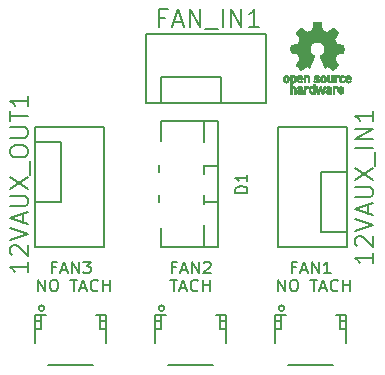
<source format=gto>
G04 #@! TF.FileFunction,Legend,Top*
%FSLAX46Y46*%
G04 Gerber Fmt 4.6, Leading zero omitted, Abs format (unit mm)*
G04 Created by KiCad (PCBNEW 4.0.6) date Friday, March 31, 2017 'PMt' 06:41:41 PM*
%MOMM*%
%LPD*%
G01*
G04 APERTURE LIST*
%ADD10C,0.100000*%
%ADD11C,0.150000*%
%ADD12C,0.127000*%
%ADD13C,0.010000*%
G04 APERTURE END LIST*
D10*
D11*
X146851905Y-117308381D02*
X147423334Y-117308381D01*
X147137619Y-118308381D02*
X147137619Y-117308381D01*
X147709048Y-118022667D02*
X148185239Y-118022667D01*
X147613810Y-118308381D02*
X147947143Y-117308381D01*
X148280477Y-118308381D01*
X149185239Y-118213143D02*
X149137620Y-118260762D01*
X148994763Y-118308381D01*
X148899525Y-118308381D01*
X148756667Y-118260762D01*
X148661429Y-118165524D01*
X148613810Y-118070286D01*
X148566191Y-117879810D01*
X148566191Y-117736952D01*
X148613810Y-117546476D01*
X148661429Y-117451238D01*
X148756667Y-117356000D01*
X148899525Y-117308381D01*
X148994763Y-117308381D01*
X149137620Y-117356000D01*
X149185239Y-117403619D01*
X149613810Y-118308381D02*
X149613810Y-117308381D01*
X149613810Y-117784571D02*
X150185239Y-117784571D01*
X150185239Y-118308381D02*
X150185239Y-117308381D01*
X135660190Y-118308381D02*
X135660190Y-117308381D01*
X136231619Y-118308381D01*
X136231619Y-117308381D01*
X136898285Y-117308381D02*
X137088762Y-117308381D01*
X137184000Y-117356000D01*
X137279238Y-117451238D01*
X137326857Y-117641714D01*
X137326857Y-117975048D01*
X137279238Y-118165524D01*
X137184000Y-118260762D01*
X137088762Y-118308381D01*
X136898285Y-118308381D01*
X136803047Y-118260762D01*
X136707809Y-118165524D01*
X136660190Y-117975048D01*
X136660190Y-117641714D01*
X136707809Y-117451238D01*
X136803047Y-117356000D01*
X136898285Y-117308381D01*
X138374476Y-117308381D02*
X138945905Y-117308381D01*
X138660190Y-118308381D02*
X138660190Y-117308381D01*
X139231619Y-118022667D02*
X139707810Y-118022667D01*
X139136381Y-118308381D02*
X139469714Y-117308381D01*
X139803048Y-118308381D01*
X140707810Y-118213143D02*
X140660191Y-118260762D01*
X140517334Y-118308381D01*
X140422096Y-118308381D01*
X140279238Y-118260762D01*
X140184000Y-118165524D01*
X140136381Y-118070286D01*
X140088762Y-117879810D01*
X140088762Y-117736952D01*
X140136381Y-117546476D01*
X140184000Y-117451238D01*
X140279238Y-117356000D01*
X140422096Y-117308381D01*
X140517334Y-117308381D01*
X140660191Y-117356000D01*
X140707810Y-117403619D01*
X141136381Y-118308381D02*
X141136381Y-117308381D01*
X141136381Y-117784571D02*
X141707810Y-117784571D01*
X141707810Y-118308381D02*
X141707810Y-117308381D01*
X155980190Y-118308381D02*
X155980190Y-117308381D01*
X156551619Y-118308381D01*
X156551619Y-117308381D01*
X157218285Y-117308381D02*
X157408762Y-117308381D01*
X157504000Y-117356000D01*
X157599238Y-117451238D01*
X157646857Y-117641714D01*
X157646857Y-117975048D01*
X157599238Y-118165524D01*
X157504000Y-118260762D01*
X157408762Y-118308381D01*
X157218285Y-118308381D01*
X157123047Y-118260762D01*
X157027809Y-118165524D01*
X156980190Y-117975048D01*
X156980190Y-117641714D01*
X157027809Y-117451238D01*
X157123047Y-117356000D01*
X157218285Y-117308381D01*
X158694476Y-117308381D02*
X159265905Y-117308381D01*
X158980190Y-118308381D02*
X158980190Y-117308381D01*
X159551619Y-118022667D02*
X160027810Y-118022667D01*
X159456381Y-118308381D02*
X159789714Y-117308381D01*
X160123048Y-118308381D01*
X161027810Y-118213143D02*
X160980191Y-118260762D01*
X160837334Y-118308381D01*
X160742096Y-118308381D01*
X160599238Y-118260762D01*
X160504000Y-118165524D01*
X160456381Y-118070286D01*
X160408762Y-117879810D01*
X160408762Y-117736952D01*
X160456381Y-117546476D01*
X160504000Y-117451238D01*
X160599238Y-117356000D01*
X160742096Y-117308381D01*
X160837334Y-117308381D01*
X160980191Y-117356000D01*
X161027810Y-117403619D01*
X161456381Y-118308381D02*
X161456381Y-117308381D01*
X161456381Y-117784571D02*
X162027810Y-117784571D01*
X162027810Y-118308381D02*
X162027810Y-117308381D01*
X156500000Y-119732500D02*
G75*
G03X156500000Y-119732500I-250000J0D01*
G01*
X156850000Y-124557500D02*
X160650000Y-124557500D01*
X155750000Y-122657500D02*
X155750000Y-120307500D01*
X155750000Y-120307500D02*
X156650000Y-120307500D01*
X156250000Y-120307500D02*
X156250000Y-121507500D01*
X156250000Y-121507500D02*
X156250000Y-121507500D01*
X156250000Y-121507500D02*
X156250000Y-120307500D01*
X156250000Y-120307500D02*
X156250000Y-120307500D01*
X156250000Y-120807500D02*
X156250000Y-120807500D01*
X156250000Y-120807500D02*
X155750000Y-120807500D01*
X155750000Y-120807500D02*
X155750000Y-120807500D01*
X155750000Y-120807500D02*
X156250000Y-120807500D01*
X156250000Y-121507500D02*
X156250000Y-121507500D01*
X156250000Y-121507500D02*
X155750000Y-121507500D01*
X155750000Y-121507500D02*
X155750000Y-121507500D01*
X155750000Y-121507500D02*
X156250000Y-121507500D01*
X161750000Y-122657500D02*
X161750000Y-120307500D01*
X161750000Y-120307500D02*
X160850000Y-120307500D01*
X161250000Y-120307500D02*
X161250000Y-121507500D01*
X161250000Y-121507500D02*
X161250000Y-121507500D01*
X161250000Y-121507500D02*
X161250000Y-120307500D01*
X161250000Y-120307500D02*
X161250000Y-120307500D01*
X161250000Y-120807500D02*
X161250000Y-120807500D01*
X161250000Y-120807500D02*
X161750000Y-120807500D01*
X161750000Y-120807500D02*
X161750000Y-120807500D01*
X161750000Y-120807500D02*
X161250000Y-120807500D01*
X161250000Y-121507500D02*
X161250000Y-121507500D01*
X161250000Y-121507500D02*
X161750000Y-121507500D01*
X161750000Y-121507500D02*
X161750000Y-121507500D01*
X161750000Y-121507500D02*
X161250000Y-121507500D01*
D12*
X155956000Y-114571780D02*
X161795460Y-114571780D01*
X155956000Y-104376220D02*
X161795460Y-104376220D01*
X155956000Y-104376220D02*
X155956000Y-114571780D01*
X161795460Y-104376220D02*
X161795460Y-108204000D01*
X161795460Y-108204000D02*
X161795460Y-113284000D01*
X161795460Y-113284000D02*
X161795460Y-114571780D01*
X161795460Y-113284000D02*
X159575500Y-113284000D01*
X159575500Y-113284000D02*
X159575500Y-108204000D01*
X159575500Y-108204000D02*
X161795460Y-108204000D01*
X141224000Y-104376220D02*
X135384540Y-104376220D01*
X141224000Y-114571780D02*
X135384540Y-114571780D01*
X141224000Y-114571780D02*
X141224000Y-104376220D01*
X135384540Y-114571780D02*
X135384540Y-110744000D01*
X135384540Y-110744000D02*
X135384540Y-105664000D01*
X135384540Y-105664000D02*
X135384540Y-104376220D01*
X135384540Y-105664000D02*
X137604500Y-105664000D01*
X137604500Y-105664000D02*
X137604500Y-110744000D01*
X137604500Y-110744000D02*
X135384540Y-110744000D01*
D11*
X149733000Y-114554000D02*
X149733000Y-112649000D01*
X149733000Y-110109000D02*
X149733000Y-110871000D01*
X149733000Y-107696000D02*
X149733000Y-107569000D01*
X149733000Y-107696000D02*
X149733000Y-108331000D01*
X149733000Y-103886000D02*
X149733000Y-105664000D01*
X146050000Y-103886000D02*
X146050000Y-105537000D01*
X145923000Y-108204000D02*
X145923000Y-107569000D01*
X145923000Y-110744000D02*
X145923000Y-110109000D01*
X146050000Y-114554000D02*
X146050000Y-112903000D01*
X150876000Y-107696000D02*
X149733000Y-107696000D01*
X150876000Y-110744000D02*
X149733000Y-110744000D01*
X149733000Y-114554000D02*
X146050000Y-114554000D01*
X146050000Y-103886000D02*
X149733000Y-103886000D01*
X150876000Y-114554000D02*
X149733000Y-114554000D01*
X149733000Y-103886000D02*
X150876000Y-103886000D01*
X150876000Y-109220000D02*
X150876000Y-103886000D01*
X150876000Y-109220000D02*
X150876000Y-114554000D01*
X146340000Y-119732500D02*
G75*
G03X146340000Y-119732500I-250000J0D01*
G01*
X146690000Y-124557500D02*
X150490000Y-124557500D01*
X145590000Y-122657500D02*
X145590000Y-120307500D01*
X145590000Y-120307500D02*
X146490000Y-120307500D01*
X146090000Y-120307500D02*
X146090000Y-121507500D01*
X146090000Y-121507500D02*
X146090000Y-121507500D01*
X146090000Y-121507500D02*
X146090000Y-120307500D01*
X146090000Y-120307500D02*
X146090000Y-120307500D01*
X146090000Y-120807500D02*
X146090000Y-120807500D01*
X146090000Y-120807500D02*
X145590000Y-120807500D01*
X145590000Y-120807500D02*
X145590000Y-120807500D01*
X145590000Y-120807500D02*
X146090000Y-120807500D01*
X146090000Y-121507500D02*
X146090000Y-121507500D01*
X146090000Y-121507500D02*
X145590000Y-121507500D01*
X145590000Y-121507500D02*
X145590000Y-121507500D01*
X145590000Y-121507500D02*
X146090000Y-121507500D01*
X151590000Y-122657500D02*
X151590000Y-120307500D01*
X151590000Y-120307500D02*
X150690000Y-120307500D01*
X151090000Y-120307500D02*
X151090000Y-121507500D01*
X151090000Y-121507500D02*
X151090000Y-121507500D01*
X151090000Y-121507500D02*
X151090000Y-120307500D01*
X151090000Y-120307500D02*
X151090000Y-120307500D01*
X151090000Y-120807500D02*
X151090000Y-120807500D01*
X151090000Y-120807500D02*
X151590000Y-120807500D01*
X151590000Y-120807500D02*
X151590000Y-120807500D01*
X151590000Y-120807500D02*
X151090000Y-120807500D01*
X151090000Y-121507500D02*
X151090000Y-121507500D01*
X151090000Y-121507500D02*
X151590000Y-121507500D01*
X151590000Y-121507500D02*
X151590000Y-121507500D01*
X151590000Y-121507500D02*
X151090000Y-121507500D01*
X136180000Y-119732500D02*
G75*
G03X136180000Y-119732500I-250000J0D01*
G01*
X136530000Y-124557500D02*
X140330000Y-124557500D01*
X135430000Y-122657500D02*
X135430000Y-120307500D01*
X135430000Y-120307500D02*
X136330000Y-120307500D01*
X135930000Y-120307500D02*
X135930000Y-121507500D01*
X135930000Y-121507500D02*
X135930000Y-121507500D01*
X135930000Y-121507500D02*
X135930000Y-120307500D01*
X135930000Y-120307500D02*
X135930000Y-120307500D01*
X135930000Y-120807500D02*
X135930000Y-120807500D01*
X135930000Y-120807500D02*
X135430000Y-120807500D01*
X135430000Y-120807500D02*
X135430000Y-120807500D01*
X135430000Y-120807500D02*
X135930000Y-120807500D01*
X135930000Y-121507500D02*
X135930000Y-121507500D01*
X135930000Y-121507500D02*
X135430000Y-121507500D01*
X135430000Y-121507500D02*
X135430000Y-121507500D01*
X135430000Y-121507500D02*
X135930000Y-121507500D01*
X141430000Y-122657500D02*
X141430000Y-120307500D01*
X141430000Y-120307500D02*
X140530000Y-120307500D01*
X140930000Y-120307500D02*
X140930000Y-121507500D01*
X140930000Y-121507500D02*
X140930000Y-121507500D01*
X140930000Y-121507500D02*
X140930000Y-120307500D01*
X140930000Y-120307500D02*
X140930000Y-120307500D01*
X140930000Y-120807500D02*
X140930000Y-120807500D01*
X140930000Y-120807500D02*
X141430000Y-120807500D01*
X141430000Y-120807500D02*
X141430000Y-120807500D01*
X141430000Y-120807500D02*
X140930000Y-120807500D01*
X140930000Y-121507500D02*
X140930000Y-121507500D01*
X140930000Y-121507500D02*
X141430000Y-121507500D01*
X141430000Y-121507500D02*
X141430000Y-121507500D01*
X141430000Y-121507500D02*
X140930000Y-121507500D01*
D12*
X144762220Y-96520000D02*
X144762220Y-102359460D01*
X154957780Y-96520000D02*
X154957780Y-102359460D01*
X154957780Y-96520000D02*
X144762220Y-96520000D01*
X154957780Y-102359460D02*
X151130000Y-102359460D01*
X151130000Y-102359460D02*
X146050000Y-102359460D01*
X146050000Y-102359460D02*
X144762220Y-102359460D01*
X146050000Y-102359460D02*
X146050000Y-100139500D01*
X146050000Y-100139500D02*
X151130000Y-100139500D01*
X151130000Y-100139500D02*
X151130000Y-102359460D01*
D13*
G36*
X157349241Y-100021184D02*
X157375753Y-100034282D01*
X157408447Y-100057106D01*
X157432275Y-100081996D01*
X157448594Y-100113249D01*
X157458760Y-100155166D01*
X157464128Y-100212044D01*
X157466056Y-100288184D01*
X157466169Y-100320917D01*
X157465839Y-100392656D01*
X157464473Y-100443927D01*
X157461500Y-100479404D01*
X157456351Y-100503763D01*
X157448457Y-100521680D01*
X157440243Y-100533902D01*
X157387813Y-100585905D01*
X157326070Y-100617184D01*
X157259464Y-100626592D01*
X157192442Y-100612980D01*
X157171208Y-100603354D01*
X157120376Y-100576859D01*
X157120376Y-100992052D01*
X157157475Y-100972868D01*
X157206357Y-100958025D01*
X157266439Y-100954222D01*
X157326436Y-100961243D01*
X157371744Y-100977013D01*
X157409325Y-101007047D01*
X157441436Y-101050024D01*
X157443850Y-101054436D01*
X157454033Y-101075221D01*
X157461470Y-101096170D01*
X157466589Y-101121548D01*
X157469819Y-101155618D01*
X157471587Y-101202641D01*
X157472323Y-101266882D01*
X157472456Y-101339176D01*
X157472456Y-101569822D01*
X157334139Y-101569822D01*
X157334139Y-101144533D01*
X157295451Y-101111979D01*
X157255262Y-101085940D01*
X157217203Y-101081205D01*
X157178934Y-101093389D01*
X157158538Y-101105320D01*
X157143358Y-101122313D01*
X157132562Y-101147995D01*
X157125317Y-101185991D01*
X157120792Y-101239926D01*
X157118156Y-101313425D01*
X157117228Y-101362347D01*
X157114089Y-101563535D01*
X157048074Y-101567336D01*
X156982060Y-101571136D01*
X156982060Y-100322650D01*
X157120376Y-100322650D01*
X157123903Y-100392254D01*
X157135785Y-100440569D01*
X157157980Y-100470631D01*
X157192441Y-100485471D01*
X157227258Y-100488436D01*
X157266671Y-100485028D01*
X157292829Y-100471617D01*
X157309186Y-100453896D01*
X157322063Y-100434835D01*
X157329728Y-100413601D01*
X157333139Y-100383849D01*
X157333251Y-100339236D01*
X157332103Y-100301880D01*
X157329468Y-100245604D01*
X157325544Y-100208658D01*
X157318937Y-100185223D01*
X157308251Y-100169480D01*
X157298167Y-100160380D01*
X157256030Y-100140537D01*
X157206160Y-100137332D01*
X157177524Y-100144168D01*
X157149172Y-100168464D01*
X157130391Y-100215728D01*
X157121288Y-100285624D01*
X157120376Y-100322650D01*
X156982060Y-100322650D01*
X156982060Y-100010614D01*
X157051218Y-100010614D01*
X157092740Y-100012256D01*
X157114162Y-100018087D01*
X157120374Y-100029461D01*
X157120376Y-100029798D01*
X157123258Y-100040938D01*
X157135970Y-100039673D01*
X157161243Y-100027433D01*
X157220131Y-100008707D01*
X157286385Y-100006739D01*
X157349241Y-100021184D01*
X157349241Y-100021184D01*
G37*
X157349241Y-100021184D02*
X157375753Y-100034282D01*
X157408447Y-100057106D01*
X157432275Y-100081996D01*
X157448594Y-100113249D01*
X157458760Y-100155166D01*
X157464128Y-100212044D01*
X157466056Y-100288184D01*
X157466169Y-100320917D01*
X157465839Y-100392656D01*
X157464473Y-100443927D01*
X157461500Y-100479404D01*
X157456351Y-100503763D01*
X157448457Y-100521680D01*
X157440243Y-100533902D01*
X157387813Y-100585905D01*
X157326070Y-100617184D01*
X157259464Y-100626592D01*
X157192442Y-100612980D01*
X157171208Y-100603354D01*
X157120376Y-100576859D01*
X157120376Y-100992052D01*
X157157475Y-100972868D01*
X157206357Y-100958025D01*
X157266439Y-100954222D01*
X157326436Y-100961243D01*
X157371744Y-100977013D01*
X157409325Y-101007047D01*
X157441436Y-101050024D01*
X157443850Y-101054436D01*
X157454033Y-101075221D01*
X157461470Y-101096170D01*
X157466589Y-101121548D01*
X157469819Y-101155618D01*
X157471587Y-101202641D01*
X157472323Y-101266882D01*
X157472456Y-101339176D01*
X157472456Y-101569822D01*
X157334139Y-101569822D01*
X157334139Y-101144533D01*
X157295451Y-101111979D01*
X157255262Y-101085940D01*
X157217203Y-101081205D01*
X157178934Y-101093389D01*
X157158538Y-101105320D01*
X157143358Y-101122313D01*
X157132562Y-101147995D01*
X157125317Y-101185991D01*
X157120792Y-101239926D01*
X157118156Y-101313425D01*
X157117228Y-101362347D01*
X157114089Y-101563535D01*
X157048074Y-101567336D01*
X156982060Y-101571136D01*
X156982060Y-100322650D01*
X157120376Y-100322650D01*
X157123903Y-100392254D01*
X157135785Y-100440569D01*
X157157980Y-100470631D01*
X157192441Y-100485471D01*
X157227258Y-100488436D01*
X157266671Y-100485028D01*
X157292829Y-100471617D01*
X157309186Y-100453896D01*
X157322063Y-100434835D01*
X157329728Y-100413601D01*
X157333139Y-100383849D01*
X157333251Y-100339236D01*
X157332103Y-100301880D01*
X157329468Y-100245604D01*
X157325544Y-100208658D01*
X157318937Y-100185223D01*
X157308251Y-100169480D01*
X157298167Y-100160380D01*
X157256030Y-100140537D01*
X157206160Y-100137332D01*
X157177524Y-100144168D01*
X157149172Y-100168464D01*
X157130391Y-100215728D01*
X157121288Y-100285624D01*
X157120376Y-100322650D01*
X156982060Y-100322650D01*
X156982060Y-100010614D01*
X157051218Y-100010614D01*
X157092740Y-100012256D01*
X157114162Y-100018087D01*
X157120374Y-100029461D01*
X157120376Y-100029798D01*
X157123258Y-100040938D01*
X157135970Y-100039673D01*
X157161243Y-100027433D01*
X157220131Y-100008707D01*
X157286385Y-100006739D01*
X157349241Y-100021184D01*
G36*
X157873790Y-100958555D02*
X157932945Y-100974339D01*
X157977977Y-101002948D01*
X158009754Y-101040419D01*
X158019634Y-101056411D01*
X158026927Y-101073163D01*
X158032026Y-101094592D01*
X158035321Y-101124616D01*
X158037203Y-101167154D01*
X158038063Y-101226122D01*
X158038293Y-101305440D01*
X158038297Y-101326484D01*
X158038297Y-101569822D01*
X157977941Y-101569822D01*
X157939443Y-101567126D01*
X157910977Y-101560295D01*
X157903845Y-101556083D01*
X157884348Y-101548813D01*
X157864434Y-101556083D01*
X157831647Y-101565160D01*
X157784022Y-101568813D01*
X157731236Y-101567228D01*
X157682964Y-101560589D01*
X157654782Y-101552072D01*
X157600247Y-101517063D01*
X157566165Y-101468479D01*
X157550843Y-101403882D01*
X157550701Y-101402223D01*
X157552045Y-101373566D01*
X157673644Y-101373566D01*
X157684274Y-101406161D01*
X157701590Y-101424505D01*
X157736348Y-101438379D01*
X157782227Y-101443917D01*
X157829012Y-101441191D01*
X157866486Y-101430274D01*
X157876985Y-101423269D01*
X157895332Y-101390904D01*
X157899980Y-101354111D01*
X157899980Y-101305763D01*
X157830418Y-101305763D01*
X157764333Y-101310850D01*
X157714236Y-101325263D01*
X157683071Y-101347729D01*
X157673644Y-101373566D01*
X157552045Y-101373566D01*
X157554013Y-101331647D01*
X157577290Y-101275845D01*
X157621052Y-101233647D01*
X157627101Y-101229808D01*
X157653093Y-101217309D01*
X157685265Y-101209740D01*
X157730240Y-101206061D01*
X157783669Y-101205216D01*
X157899980Y-101205169D01*
X157899980Y-101156411D01*
X157895047Y-101118581D01*
X157882457Y-101093236D01*
X157880983Y-101091887D01*
X157852966Y-101080800D01*
X157810674Y-101076503D01*
X157763936Y-101078615D01*
X157722582Y-101086756D01*
X157698043Y-101098965D01*
X157684747Y-101108746D01*
X157670706Y-101110613D01*
X157651329Y-101102600D01*
X157622024Y-101082739D01*
X157578197Y-101049063D01*
X157574175Y-101045909D01*
X157576236Y-101034236D01*
X157593432Y-101014822D01*
X157619567Y-100993248D01*
X157648448Y-100975096D01*
X157657522Y-100970809D01*
X157690620Y-100962256D01*
X157739120Y-100956155D01*
X157793305Y-100953708D01*
X157795839Y-100953703D01*
X157873790Y-100958555D01*
X157873790Y-100958555D01*
G37*
X157873790Y-100958555D02*
X157932945Y-100974339D01*
X157977977Y-101002948D01*
X158009754Y-101040419D01*
X158019634Y-101056411D01*
X158026927Y-101073163D01*
X158032026Y-101094592D01*
X158035321Y-101124616D01*
X158037203Y-101167154D01*
X158038063Y-101226122D01*
X158038293Y-101305440D01*
X158038297Y-101326484D01*
X158038297Y-101569822D01*
X157977941Y-101569822D01*
X157939443Y-101567126D01*
X157910977Y-101560295D01*
X157903845Y-101556083D01*
X157884348Y-101548813D01*
X157864434Y-101556083D01*
X157831647Y-101565160D01*
X157784022Y-101568813D01*
X157731236Y-101567228D01*
X157682964Y-101560589D01*
X157654782Y-101552072D01*
X157600247Y-101517063D01*
X157566165Y-101468479D01*
X157550843Y-101403882D01*
X157550701Y-101402223D01*
X157552045Y-101373566D01*
X157673644Y-101373566D01*
X157684274Y-101406161D01*
X157701590Y-101424505D01*
X157736348Y-101438379D01*
X157782227Y-101443917D01*
X157829012Y-101441191D01*
X157866486Y-101430274D01*
X157876985Y-101423269D01*
X157895332Y-101390904D01*
X157899980Y-101354111D01*
X157899980Y-101305763D01*
X157830418Y-101305763D01*
X157764333Y-101310850D01*
X157714236Y-101325263D01*
X157683071Y-101347729D01*
X157673644Y-101373566D01*
X157552045Y-101373566D01*
X157554013Y-101331647D01*
X157577290Y-101275845D01*
X157621052Y-101233647D01*
X157627101Y-101229808D01*
X157653093Y-101217309D01*
X157685265Y-101209740D01*
X157730240Y-101206061D01*
X157783669Y-101205216D01*
X157899980Y-101205169D01*
X157899980Y-101156411D01*
X157895047Y-101118581D01*
X157882457Y-101093236D01*
X157880983Y-101091887D01*
X157852966Y-101080800D01*
X157810674Y-101076503D01*
X157763936Y-101078615D01*
X157722582Y-101086756D01*
X157698043Y-101098965D01*
X157684747Y-101108746D01*
X157670706Y-101110613D01*
X157651329Y-101102600D01*
X157622024Y-101082739D01*
X157578197Y-101049063D01*
X157574175Y-101045909D01*
X157576236Y-101034236D01*
X157593432Y-101014822D01*
X157619567Y-100993248D01*
X157648448Y-100975096D01*
X157657522Y-100970809D01*
X157690620Y-100962256D01*
X157739120Y-100956155D01*
X157793305Y-100953708D01*
X157795839Y-100953703D01*
X157873790Y-100958555D01*
G36*
X158264644Y-100955020D02*
X158283461Y-100960660D01*
X158289527Y-100973053D01*
X158289782Y-100978647D01*
X158290871Y-100994230D01*
X158298368Y-100996676D01*
X158318619Y-100985993D01*
X158330649Y-100978694D01*
X158368600Y-100963063D01*
X158413928Y-100955334D01*
X158461456Y-100954740D01*
X158506005Y-100960513D01*
X158542398Y-100971884D01*
X158565457Y-100988088D01*
X158570004Y-101008355D01*
X158567709Y-101013843D01*
X158550980Y-101036626D01*
X158525037Y-101064647D01*
X158520345Y-101069177D01*
X158495617Y-101090005D01*
X158474282Y-101096735D01*
X158444445Y-101092038D01*
X158432492Y-101088917D01*
X158395295Y-101081421D01*
X158369141Y-101084792D01*
X158347054Y-101096681D01*
X158326822Y-101112635D01*
X158311921Y-101132700D01*
X158301566Y-101160702D01*
X158294971Y-101200467D01*
X158291351Y-101255823D01*
X158289922Y-101330594D01*
X158289782Y-101375740D01*
X158289782Y-101569822D01*
X158164040Y-101569822D01*
X158164040Y-100953683D01*
X158226911Y-100953683D01*
X158264644Y-100955020D01*
X158264644Y-100955020D01*
G37*
X158264644Y-100955020D02*
X158283461Y-100960660D01*
X158289527Y-100973053D01*
X158289782Y-100978647D01*
X158290871Y-100994230D01*
X158298368Y-100996676D01*
X158318619Y-100985993D01*
X158330649Y-100978694D01*
X158368600Y-100963063D01*
X158413928Y-100955334D01*
X158461456Y-100954740D01*
X158506005Y-100960513D01*
X158542398Y-100971884D01*
X158565457Y-100988088D01*
X158570004Y-101008355D01*
X158567709Y-101013843D01*
X158550980Y-101036626D01*
X158525037Y-101064647D01*
X158520345Y-101069177D01*
X158495617Y-101090005D01*
X158474282Y-101096735D01*
X158444445Y-101092038D01*
X158432492Y-101088917D01*
X158395295Y-101081421D01*
X158369141Y-101084792D01*
X158347054Y-101096681D01*
X158326822Y-101112635D01*
X158311921Y-101132700D01*
X158301566Y-101160702D01*
X158294971Y-101200467D01*
X158291351Y-101255823D01*
X158289922Y-101330594D01*
X158289782Y-101375740D01*
X158289782Y-101569822D01*
X158164040Y-101569822D01*
X158164040Y-100953683D01*
X158226911Y-100953683D01*
X158264644Y-100955020D01*
G36*
X159056812Y-101569822D02*
X158987654Y-101569822D01*
X158947512Y-101568645D01*
X158926606Y-101563772D01*
X158919078Y-101553186D01*
X158918495Y-101546029D01*
X158917226Y-101531676D01*
X158909221Y-101528923D01*
X158888185Y-101537771D01*
X158871827Y-101546029D01*
X158809023Y-101565597D01*
X158740752Y-101566729D01*
X158685248Y-101552135D01*
X158633562Y-101516877D01*
X158594162Y-101464835D01*
X158572587Y-101403450D01*
X158572038Y-101400018D01*
X158568833Y-101362571D01*
X158567239Y-101308813D01*
X158567367Y-101268155D01*
X158704721Y-101268155D01*
X158707903Y-101322194D01*
X158715141Y-101366735D01*
X158724940Y-101391888D01*
X158762011Y-101426260D01*
X158806026Y-101438582D01*
X158851416Y-101428618D01*
X158890203Y-101398895D01*
X158904892Y-101378905D01*
X158913481Y-101355050D01*
X158917504Y-101320230D01*
X158918495Y-101267930D01*
X158916722Y-101216139D01*
X158912037Y-101170634D01*
X158905397Y-101140181D01*
X158904290Y-101137452D01*
X158877509Y-101105000D01*
X158838421Y-101087183D01*
X158794685Y-101084306D01*
X158753962Y-101096674D01*
X158723913Y-101124593D01*
X158720796Y-101130148D01*
X158711039Y-101164022D01*
X158705723Y-101212728D01*
X158704721Y-101268155D01*
X158567367Y-101268155D01*
X158567432Y-101247540D01*
X158568336Y-101214563D01*
X158574486Y-101132981D01*
X158587267Y-101071730D01*
X158608529Y-101026449D01*
X158640122Y-100992779D01*
X158670793Y-100973014D01*
X158713646Y-100959120D01*
X158766944Y-100954354D01*
X158821520Y-100958236D01*
X158868208Y-100970282D01*
X158892876Y-100984693D01*
X158918495Y-101007878D01*
X158918495Y-100714773D01*
X159056812Y-100714773D01*
X159056812Y-101569822D01*
X159056812Y-101569822D01*
G37*
X159056812Y-101569822D02*
X158987654Y-101569822D01*
X158947512Y-101568645D01*
X158926606Y-101563772D01*
X158919078Y-101553186D01*
X158918495Y-101546029D01*
X158917226Y-101531676D01*
X158909221Y-101528923D01*
X158888185Y-101537771D01*
X158871827Y-101546029D01*
X158809023Y-101565597D01*
X158740752Y-101566729D01*
X158685248Y-101552135D01*
X158633562Y-101516877D01*
X158594162Y-101464835D01*
X158572587Y-101403450D01*
X158572038Y-101400018D01*
X158568833Y-101362571D01*
X158567239Y-101308813D01*
X158567367Y-101268155D01*
X158704721Y-101268155D01*
X158707903Y-101322194D01*
X158715141Y-101366735D01*
X158724940Y-101391888D01*
X158762011Y-101426260D01*
X158806026Y-101438582D01*
X158851416Y-101428618D01*
X158890203Y-101398895D01*
X158904892Y-101378905D01*
X158913481Y-101355050D01*
X158917504Y-101320230D01*
X158918495Y-101267930D01*
X158916722Y-101216139D01*
X158912037Y-101170634D01*
X158905397Y-101140181D01*
X158904290Y-101137452D01*
X158877509Y-101105000D01*
X158838421Y-101087183D01*
X158794685Y-101084306D01*
X158753962Y-101096674D01*
X158723913Y-101124593D01*
X158720796Y-101130148D01*
X158711039Y-101164022D01*
X158705723Y-101212728D01*
X158704721Y-101268155D01*
X158567367Y-101268155D01*
X158567432Y-101247540D01*
X158568336Y-101214563D01*
X158574486Y-101132981D01*
X158587267Y-101071730D01*
X158608529Y-101026449D01*
X158640122Y-100992779D01*
X158670793Y-100973014D01*
X158713646Y-100959120D01*
X158766944Y-100954354D01*
X158821520Y-100958236D01*
X158868208Y-100970282D01*
X158892876Y-100984693D01*
X158918495Y-101007878D01*
X158918495Y-100714773D01*
X159056812Y-100714773D01*
X159056812Y-101569822D01*
G36*
X159539524Y-100956237D02*
X159589255Y-100959971D01*
X159719291Y-101349773D01*
X159739678Y-101280614D01*
X159751946Y-101237874D01*
X159768085Y-101180115D01*
X159785512Y-101116625D01*
X159794726Y-101082570D01*
X159829388Y-100953683D01*
X159972391Y-100953683D01*
X159929646Y-101088857D01*
X159908596Y-101155342D01*
X159883167Y-101235539D01*
X159856610Y-101319193D01*
X159832902Y-101393782D01*
X159778902Y-101563535D01*
X159720598Y-101567328D01*
X159662295Y-101571122D01*
X159630679Y-101466734D01*
X159611182Y-101401889D01*
X159589904Y-101330400D01*
X159571308Y-101267263D01*
X159570574Y-101264750D01*
X159556684Y-101221969D01*
X159544429Y-101192779D01*
X159535846Y-101181741D01*
X159534082Y-101183018D01*
X159527891Y-101200130D01*
X159516128Y-101236787D01*
X159500225Y-101288378D01*
X159481614Y-101350294D01*
X159471543Y-101384352D01*
X159417007Y-101569822D01*
X159301264Y-101569822D01*
X159208737Y-101277471D01*
X159182744Y-101195462D01*
X159159066Y-101120987D01*
X159138820Y-101057544D01*
X159123126Y-101008632D01*
X159113102Y-100977749D01*
X159110055Y-100968726D01*
X159112467Y-100959487D01*
X159131408Y-100955441D01*
X159170823Y-100955846D01*
X159176993Y-100956152D01*
X159250086Y-100959971D01*
X159297957Y-101136010D01*
X159315553Y-101200211D01*
X159331277Y-101256649D01*
X159343746Y-101300422D01*
X159351574Y-101326630D01*
X159353020Y-101330903D01*
X159359014Y-101325990D01*
X159371101Y-101300532D01*
X159387893Y-101257997D01*
X159408003Y-101201850D01*
X159425003Y-101151130D01*
X159489794Y-100952504D01*
X159539524Y-100956237D01*
X159539524Y-100956237D01*
G37*
X159539524Y-100956237D02*
X159589255Y-100959971D01*
X159719291Y-101349773D01*
X159739678Y-101280614D01*
X159751946Y-101237874D01*
X159768085Y-101180115D01*
X159785512Y-101116625D01*
X159794726Y-101082570D01*
X159829388Y-100953683D01*
X159972391Y-100953683D01*
X159929646Y-101088857D01*
X159908596Y-101155342D01*
X159883167Y-101235539D01*
X159856610Y-101319193D01*
X159832902Y-101393782D01*
X159778902Y-101563535D01*
X159720598Y-101567328D01*
X159662295Y-101571122D01*
X159630679Y-101466734D01*
X159611182Y-101401889D01*
X159589904Y-101330400D01*
X159571308Y-101267263D01*
X159570574Y-101264750D01*
X159556684Y-101221969D01*
X159544429Y-101192779D01*
X159535846Y-101181741D01*
X159534082Y-101183018D01*
X159527891Y-101200130D01*
X159516128Y-101236787D01*
X159500225Y-101288378D01*
X159481614Y-101350294D01*
X159471543Y-101384352D01*
X159417007Y-101569822D01*
X159301264Y-101569822D01*
X159208737Y-101277471D01*
X159182744Y-101195462D01*
X159159066Y-101120987D01*
X159138820Y-101057544D01*
X159123126Y-101008632D01*
X159113102Y-100977749D01*
X159110055Y-100968726D01*
X159112467Y-100959487D01*
X159131408Y-100955441D01*
X159170823Y-100955846D01*
X159176993Y-100956152D01*
X159250086Y-100959971D01*
X159297957Y-101136010D01*
X159315553Y-101200211D01*
X159331277Y-101256649D01*
X159343746Y-101300422D01*
X159351574Y-101326630D01*
X159353020Y-101330903D01*
X159359014Y-101325990D01*
X159371101Y-101300532D01*
X159387893Y-101257997D01*
X159408003Y-101201850D01*
X159425003Y-101151130D01*
X159489794Y-100952504D01*
X159539524Y-100956237D01*
G36*
X160296411Y-100957417D02*
X160349411Y-100970290D01*
X160364731Y-100977110D01*
X160394428Y-100994974D01*
X160417220Y-101015093D01*
X160434083Y-101040962D01*
X160445998Y-101076073D01*
X160453942Y-101123920D01*
X160458894Y-101187996D01*
X160461831Y-101271794D01*
X160462947Y-101327768D01*
X160467052Y-101569822D01*
X160396932Y-101569822D01*
X160354393Y-101568038D01*
X160332476Y-101561942D01*
X160326812Y-101551706D01*
X160323821Y-101540637D01*
X160310451Y-101542754D01*
X160292233Y-101551629D01*
X160246624Y-101565233D01*
X160188007Y-101568899D01*
X160126354Y-101562903D01*
X160071638Y-101547521D01*
X160066730Y-101545386D01*
X160016723Y-101510255D01*
X159983756Y-101461419D01*
X159968587Y-101404333D01*
X159969746Y-101383824D01*
X160093508Y-101383824D01*
X160104413Y-101411425D01*
X160136745Y-101431204D01*
X160188910Y-101441819D01*
X160216787Y-101443228D01*
X160263247Y-101439620D01*
X160294129Y-101425597D01*
X160301664Y-101418931D01*
X160322076Y-101382666D01*
X160326812Y-101349773D01*
X160326812Y-101305763D01*
X160265513Y-101305763D01*
X160194256Y-101309395D01*
X160144276Y-101320818D01*
X160112696Y-101340824D01*
X160105626Y-101349743D01*
X160093508Y-101383824D01*
X159969746Y-101383824D01*
X159971971Y-101344456D01*
X159994663Y-101287244D01*
X160025624Y-101248580D01*
X160044376Y-101231864D01*
X160062733Y-101220878D01*
X160086619Y-101214180D01*
X160121957Y-101210326D01*
X160174669Y-101207873D01*
X160195577Y-101207168D01*
X160326812Y-101202879D01*
X160326620Y-101163158D01*
X160321537Y-101121405D01*
X160303162Y-101096158D01*
X160266039Y-101080030D01*
X160265043Y-101079742D01*
X160212410Y-101073400D01*
X160160906Y-101081684D01*
X160122630Y-101101827D01*
X160107272Y-101111773D01*
X160090730Y-101110397D01*
X160065275Y-101095987D01*
X160050328Y-101085817D01*
X160021091Y-101064088D01*
X160002980Y-101047800D01*
X160000074Y-101043137D01*
X160012040Y-101019005D01*
X160047396Y-100990185D01*
X160062753Y-100980461D01*
X160106901Y-100963714D01*
X160166398Y-100954227D01*
X160232487Y-100952095D01*
X160296411Y-100957417D01*
X160296411Y-100957417D01*
G37*
X160296411Y-100957417D02*
X160349411Y-100970290D01*
X160364731Y-100977110D01*
X160394428Y-100994974D01*
X160417220Y-101015093D01*
X160434083Y-101040962D01*
X160445998Y-101076073D01*
X160453942Y-101123920D01*
X160458894Y-101187996D01*
X160461831Y-101271794D01*
X160462947Y-101327768D01*
X160467052Y-101569822D01*
X160396932Y-101569822D01*
X160354393Y-101568038D01*
X160332476Y-101561942D01*
X160326812Y-101551706D01*
X160323821Y-101540637D01*
X160310451Y-101542754D01*
X160292233Y-101551629D01*
X160246624Y-101565233D01*
X160188007Y-101568899D01*
X160126354Y-101562903D01*
X160071638Y-101547521D01*
X160066730Y-101545386D01*
X160016723Y-101510255D01*
X159983756Y-101461419D01*
X159968587Y-101404333D01*
X159969746Y-101383824D01*
X160093508Y-101383824D01*
X160104413Y-101411425D01*
X160136745Y-101431204D01*
X160188910Y-101441819D01*
X160216787Y-101443228D01*
X160263247Y-101439620D01*
X160294129Y-101425597D01*
X160301664Y-101418931D01*
X160322076Y-101382666D01*
X160326812Y-101349773D01*
X160326812Y-101305763D01*
X160265513Y-101305763D01*
X160194256Y-101309395D01*
X160144276Y-101320818D01*
X160112696Y-101340824D01*
X160105626Y-101349743D01*
X160093508Y-101383824D01*
X159969746Y-101383824D01*
X159971971Y-101344456D01*
X159994663Y-101287244D01*
X160025624Y-101248580D01*
X160044376Y-101231864D01*
X160062733Y-101220878D01*
X160086619Y-101214180D01*
X160121957Y-101210326D01*
X160174669Y-101207873D01*
X160195577Y-101207168D01*
X160326812Y-101202879D01*
X160326620Y-101163158D01*
X160321537Y-101121405D01*
X160303162Y-101096158D01*
X160266039Y-101080030D01*
X160265043Y-101079742D01*
X160212410Y-101073400D01*
X160160906Y-101081684D01*
X160122630Y-101101827D01*
X160107272Y-101111773D01*
X160090730Y-101110397D01*
X160065275Y-101095987D01*
X160050328Y-101085817D01*
X160021091Y-101064088D01*
X160002980Y-101047800D01*
X160000074Y-101043137D01*
X160012040Y-101019005D01*
X160047396Y-100990185D01*
X160062753Y-100980461D01*
X160106901Y-100963714D01*
X160166398Y-100954227D01*
X160232487Y-100952095D01*
X160296411Y-100957417D01*
G36*
X160893255Y-100953486D02*
X160941595Y-100963015D01*
X160969114Y-100977125D01*
X160998064Y-101000568D01*
X160956876Y-101052571D01*
X160931482Y-101084064D01*
X160914238Y-101099428D01*
X160897102Y-101101776D01*
X160872027Y-101094217D01*
X160860257Y-101089941D01*
X160812270Y-101083631D01*
X160768324Y-101097156D01*
X160736060Y-101127710D01*
X160730819Y-101137452D01*
X160725112Y-101163258D01*
X160720706Y-101210817D01*
X160717811Y-101276758D01*
X160716631Y-101357710D01*
X160716614Y-101369226D01*
X160716614Y-101569822D01*
X160578297Y-101569822D01*
X160578297Y-100953683D01*
X160647456Y-100953683D01*
X160687333Y-100954725D01*
X160708107Y-100959358D01*
X160715789Y-100969849D01*
X160716614Y-100979745D01*
X160716614Y-101005806D01*
X160749745Y-100979745D01*
X160787735Y-100961965D01*
X160838770Y-100953174D01*
X160893255Y-100953486D01*
X160893255Y-100953486D01*
G37*
X160893255Y-100953486D02*
X160941595Y-100963015D01*
X160969114Y-100977125D01*
X160998064Y-101000568D01*
X160956876Y-101052571D01*
X160931482Y-101084064D01*
X160914238Y-101099428D01*
X160897102Y-101101776D01*
X160872027Y-101094217D01*
X160860257Y-101089941D01*
X160812270Y-101083631D01*
X160768324Y-101097156D01*
X160736060Y-101127710D01*
X160730819Y-101137452D01*
X160725112Y-101163258D01*
X160720706Y-101210817D01*
X160717811Y-101276758D01*
X160716631Y-101357710D01*
X160716614Y-101369226D01*
X160716614Y-101569822D01*
X160578297Y-101569822D01*
X160578297Y-100953683D01*
X160647456Y-100953683D01*
X160687333Y-100954725D01*
X160708107Y-100959358D01*
X160715789Y-100969849D01*
X160716614Y-100979745D01*
X160716614Y-101005806D01*
X160749745Y-100979745D01*
X160787735Y-100961965D01*
X160838770Y-100953174D01*
X160893255Y-100953486D01*
G36*
X161290581Y-100956970D02*
X161350685Y-100972597D01*
X161401021Y-101004848D01*
X161425393Y-101028940D01*
X161465345Y-101085895D01*
X161488242Y-101151965D01*
X161496108Y-101233182D01*
X161496148Y-101239748D01*
X161496218Y-101305763D01*
X161116264Y-101305763D01*
X161124363Y-101340342D01*
X161138987Y-101371659D01*
X161164581Y-101404291D01*
X161169935Y-101409500D01*
X161215943Y-101437694D01*
X161268410Y-101442475D01*
X161328803Y-101423926D01*
X161339040Y-101418931D01*
X161370439Y-101403745D01*
X161391470Y-101395094D01*
X161395139Y-101394293D01*
X161407948Y-101402063D01*
X161432378Y-101421072D01*
X161444779Y-101431460D01*
X161470476Y-101455321D01*
X161478915Y-101471077D01*
X161473058Y-101485571D01*
X161469928Y-101489534D01*
X161448725Y-101506879D01*
X161413738Y-101527959D01*
X161389337Y-101540265D01*
X161320072Y-101561946D01*
X161243388Y-101568971D01*
X161170765Y-101560647D01*
X161150426Y-101554686D01*
X161087476Y-101520952D01*
X161040815Y-101469045D01*
X161010173Y-101398459D01*
X160995282Y-101308692D01*
X160993647Y-101261753D01*
X160998421Y-101193413D01*
X161118990Y-101193413D01*
X161130652Y-101198465D01*
X161161998Y-101202429D01*
X161207571Y-101204768D01*
X161238446Y-101205169D01*
X161293981Y-101204783D01*
X161329033Y-101202975D01*
X161348262Y-101198773D01*
X161356330Y-101191203D01*
X161357901Y-101180218D01*
X161347121Y-101146381D01*
X161319980Y-101112940D01*
X161284277Y-101087272D01*
X161248560Y-101076772D01*
X161200048Y-101086086D01*
X161158053Y-101113013D01*
X161128936Y-101151827D01*
X161118990Y-101193413D01*
X160998421Y-101193413D01*
X161000599Y-101162236D01*
X161022055Y-101082949D01*
X161058470Y-101023263D01*
X161110297Y-100982549D01*
X161177990Y-100960179D01*
X161214662Y-100955871D01*
X161290581Y-100956970D01*
X161290581Y-100956970D01*
G37*
X161290581Y-100956970D02*
X161350685Y-100972597D01*
X161401021Y-101004848D01*
X161425393Y-101028940D01*
X161465345Y-101085895D01*
X161488242Y-101151965D01*
X161496108Y-101233182D01*
X161496148Y-101239748D01*
X161496218Y-101305763D01*
X161116264Y-101305763D01*
X161124363Y-101340342D01*
X161138987Y-101371659D01*
X161164581Y-101404291D01*
X161169935Y-101409500D01*
X161215943Y-101437694D01*
X161268410Y-101442475D01*
X161328803Y-101423926D01*
X161339040Y-101418931D01*
X161370439Y-101403745D01*
X161391470Y-101395094D01*
X161395139Y-101394293D01*
X161407948Y-101402063D01*
X161432378Y-101421072D01*
X161444779Y-101431460D01*
X161470476Y-101455321D01*
X161478915Y-101471077D01*
X161473058Y-101485571D01*
X161469928Y-101489534D01*
X161448725Y-101506879D01*
X161413738Y-101527959D01*
X161389337Y-101540265D01*
X161320072Y-101561946D01*
X161243388Y-101568971D01*
X161170765Y-101560647D01*
X161150426Y-101554686D01*
X161087476Y-101520952D01*
X161040815Y-101469045D01*
X161010173Y-101398459D01*
X160995282Y-101308692D01*
X160993647Y-101261753D01*
X160998421Y-101193413D01*
X161118990Y-101193413D01*
X161130652Y-101198465D01*
X161161998Y-101202429D01*
X161207571Y-101204768D01*
X161238446Y-101205169D01*
X161293981Y-101204783D01*
X161329033Y-101202975D01*
X161348262Y-101198773D01*
X161356330Y-101191203D01*
X161357901Y-101180218D01*
X161347121Y-101146381D01*
X161319980Y-101112940D01*
X161284277Y-101087272D01*
X161248560Y-101076772D01*
X161200048Y-101086086D01*
X161158053Y-101113013D01*
X161128936Y-101151827D01*
X161118990Y-101193413D01*
X160998421Y-101193413D01*
X161000599Y-101162236D01*
X161022055Y-101082949D01*
X161058470Y-101023263D01*
X161110297Y-100982549D01*
X161177990Y-100960179D01*
X161214662Y-100955871D01*
X161290581Y-100956970D01*
G36*
X156719739Y-100017148D02*
X156785521Y-100046231D01*
X156835460Y-100094793D01*
X156869626Y-100162908D01*
X156888093Y-100250651D01*
X156889417Y-100264351D01*
X156890454Y-100360939D01*
X156877007Y-100445602D01*
X156849892Y-100514221D01*
X156835373Y-100536294D01*
X156784799Y-100583011D01*
X156720391Y-100613268D01*
X156648334Y-100625824D01*
X156574815Y-100619439D01*
X156518928Y-100599772D01*
X156470868Y-100566629D01*
X156431588Y-100523175D01*
X156430908Y-100522158D01*
X156414956Y-100495338D01*
X156404590Y-100468368D01*
X156398312Y-100434332D01*
X156394627Y-100386310D01*
X156393003Y-100346931D01*
X156392328Y-100311219D01*
X156518045Y-100311219D01*
X156519274Y-100346770D01*
X156523734Y-100394094D01*
X156531603Y-100424465D01*
X156545793Y-100446072D01*
X156559083Y-100458694D01*
X156606198Y-100485122D01*
X156655495Y-100488653D01*
X156701407Y-100469639D01*
X156724362Y-100448331D01*
X156740904Y-100426859D01*
X156750579Y-100406313D01*
X156754826Y-100379574D01*
X156755080Y-100339523D01*
X156753772Y-100302638D01*
X156750957Y-100249947D01*
X156746495Y-100215772D01*
X156738452Y-100193480D01*
X156724897Y-100176442D01*
X156714155Y-100166703D01*
X156669223Y-100141123D01*
X156620751Y-100139847D01*
X156580106Y-100154999D01*
X156545433Y-100186642D01*
X156524776Y-100238620D01*
X156518045Y-100311219D01*
X156392328Y-100311219D01*
X156391521Y-100268621D01*
X156394052Y-100210056D01*
X156401638Y-100166007D01*
X156415319Y-100131248D01*
X156436135Y-100100551D01*
X156443853Y-100091436D01*
X156492111Y-100046021D01*
X156543872Y-100019493D01*
X156607172Y-100008379D01*
X156638039Y-100007471D01*
X156719739Y-100017148D01*
X156719739Y-100017148D01*
G37*
X156719739Y-100017148D02*
X156785521Y-100046231D01*
X156835460Y-100094793D01*
X156869626Y-100162908D01*
X156888093Y-100250651D01*
X156889417Y-100264351D01*
X156890454Y-100360939D01*
X156877007Y-100445602D01*
X156849892Y-100514221D01*
X156835373Y-100536294D01*
X156784799Y-100583011D01*
X156720391Y-100613268D01*
X156648334Y-100625824D01*
X156574815Y-100619439D01*
X156518928Y-100599772D01*
X156470868Y-100566629D01*
X156431588Y-100523175D01*
X156430908Y-100522158D01*
X156414956Y-100495338D01*
X156404590Y-100468368D01*
X156398312Y-100434332D01*
X156394627Y-100386310D01*
X156393003Y-100346931D01*
X156392328Y-100311219D01*
X156518045Y-100311219D01*
X156519274Y-100346770D01*
X156523734Y-100394094D01*
X156531603Y-100424465D01*
X156545793Y-100446072D01*
X156559083Y-100458694D01*
X156606198Y-100485122D01*
X156655495Y-100488653D01*
X156701407Y-100469639D01*
X156724362Y-100448331D01*
X156740904Y-100426859D01*
X156750579Y-100406313D01*
X156754826Y-100379574D01*
X156755080Y-100339523D01*
X156753772Y-100302638D01*
X156750957Y-100249947D01*
X156746495Y-100215772D01*
X156738452Y-100193480D01*
X156724897Y-100176442D01*
X156714155Y-100166703D01*
X156669223Y-100141123D01*
X156620751Y-100139847D01*
X156580106Y-100154999D01*
X156545433Y-100186642D01*
X156524776Y-100238620D01*
X156518045Y-100311219D01*
X156392328Y-100311219D01*
X156391521Y-100268621D01*
X156394052Y-100210056D01*
X156401638Y-100166007D01*
X156415319Y-100131248D01*
X156436135Y-100100551D01*
X156443853Y-100091436D01*
X156492111Y-100046021D01*
X156543872Y-100019493D01*
X156607172Y-100008379D01*
X156638039Y-100007471D01*
X156719739Y-100017148D01*
G36*
X157901301Y-100024614D02*
X157913832Y-100030514D01*
X157957201Y-100062283D01*
X157998210Y-100108646D01*
X158028832Y-100159696D01*
X158037541Y-100183166D01*
X158045488Y-100225091D01*
X158050226Y-100275757D01*
X158050801Y-100296679D01*
X158050871Y-100362693D01*
X157670917Y-100362693D01*
X157679017Y-100397273D01*
X157698896Y-100438170D01*
X157733653Y-100473514D01*
X157775002Y-100496282D01*
X157801351Y-100501010D01*
X157837084Y-100495273D01*
X157879718Y-100480882D01*
X157894201Y-100474262D01*
X157947760Y-100447513D01*
X157993467Y-100482376D01*
X158019842Y-100505955D01*
X158033876Y-100525417D01*
X158034586Y-100531129D01*
X158022049Y-100544973D01*
X157994572Y-100566012D01*
X157969634Y-100582425D01*
X157902336Y-100611930D01*
X157826890Y-100625284D01*
X157752112Y-100621812D01*
X157692505Y-100603663D01*
X157631059Y-100564784D01*
X157587392Y-100513595D01*
X157560074Y-100447367D01*
X157547678Y-100363371D01*
X157546579Y-100324936D01*
X157550978Y-100236861D01*
X157551518Y-100234299D01*
X157677418Y-100234299D01*
X157680885Y-100242558D01*
X157695137Y-100247113D01*
X157724530Y-100249065D01*
X157773425Y-100249517D01*
X157792252Y-100249525D01*
X157849533Y-100248843D01*
X157885859Y-100246364D01*
X157905396Y-100241443D01*
X157912310Y-100233434D01*
X157912555Y-100230862D01*
X157904664Y-100210423D01*
X157884915Y-100181789D01*
X157876425Y-100171763D01*
X157844906Y-100143408D01*
X157812051Y-100132259D01*
X157794349Y-100131327D01*
X157746461Y-100142981D01*
X157706301Y-100174285D01*
X157680827Y-100219752D01*
X157680375Y-100221233D01*
X157677418Y-100234299D01*
X157551518Y-100234299D01*
X157565608Y-100167510D01*
X157591962Y-100112025D01*
X157624193Y-100072639D01*
X157683783Y-100029931D01*
X157753832Y-100007109D01*
X157828339Y-100005046D01*
X157901301Y-100024614D01*
X157901301Y-100024614D01*
G37*
X157901301Y-100024614D02*
X157913832Y-100030514D01*
X157957201Y-100062283D01*
X157998210Y-100108646D01*
X158028832Y-100159696D01*
X158037541Y-100183166D01*
X158045488Y-100225091D01*
X158050226Y-100275757D01*
X158050801Y-100296679D01*
X158050871Y-100362693D01*
X157670917Y-100362693D01*
X157679017Y-100397273D01*
X157698896Y-100438170D01*
X157733653Y-100473514D01*
X157775002Y-100496282D01*
X157801351Y-100501010D01*
X157837084Y-100495273D01*
X157879718Y-100480882D01*
X157894201Y-100474262D01*
X157947760Y-100447513D01*
X157993467Y-100482376D01*
X158019842Y-100505955D01*
X158033876Y-100525417D01*
X158034586Y-100531129D01*
X158022049Y-100544973D01*
X157994572Y-100566012D01*
X157969634Y-100582425D01*
X157902336Y-100611930D01*
X157826890Y-100625284D01*
X157752112Y-100621812D01*
X157692505Y-100603663D01*
X157631059Y-100564784D01*
X157587392Y-100513595D01*
X157560074Y-100447367D01*
X157547678Y-100363371D01*
X157546579Y-100324936D01*
X157550978Y-100236861D01*
X157551518Y-100234299D01*
X157677418Y-100234299D01*
X157680885Y-100242558D01*
X157695137Y-100247113D01*
X157724530Y-100249065D01*
X157773425Y-100249517D01*
X157792252Y-100249525D01*
X157849533Y-100248843D01*
X157885859Y-100246364D01*
X157905396Y-100241443D01*
X157912310Y-100233434D01*
X157912555Y-100230862D01*
X157904664Y-100210423D01*
X157884915Y-100181789D01*
X157876425Y-100171763D01*
X157844906Y-100143408D01*
X157812051Y-100132259D01*
X157794349Y-100131327D01*
X157746461Y-100142981D01*
X157706301Y-100174285D01*
X157680827Y-100219752D01*
X157680375Y-100221233D01*
X157677418Y-100234299D01*
X157551518Y-100234299D01*
X157565608Y-100167510D01*
X157591962Y-100112025D01*
X157624193Y-100072639D01*
X157683783Y-100029931D01*
X157753832Y-100007109D01*
X157828339Y-100005046D01*
X157901301Y-100024614D01*
G36*
X159272017Y-100008452D02*
X159319634Y-100017482D01*
X159369034Y-100036370D01*
X159374312Y-100038777D01*
X159411774Y-100058476D01*
X159437717Y-100076781D01*
X159446103Y-100088508D01*
X159438117Y-100107632D01*
X159418720Y-100135850D01*
X159410110Y-100146384D01*
X159374628Y-100187847D01*
X159328885Y-100160858D01*
X159285350Y-100142878D01*
X159235050Y-100133267D01*
X159186812Y-100132660D01*
X159149467Y-100141691D01*
X159140505Y-100147327D01*
X159123437Y-100173171D01*
X159121363Y-100202941D01*
X159134134Y-100226197D01*
X159141688Y-100230708D01*
X159164325Y-100236309D01*
X159204115Y-100242892D01*
X159253166Y-100249183D01*
X159262215Y-100250170D01*
X159340996Y-100263798D01*
X159398136Y-100286946D01*
X159436030Y-100321752D01*
X159457079Y-100370354D01*
X159463635Y-100429718D01*
X159454577Y-100497198D01*
X159425164Y-100550188D01*
X159375278Y-100588783D01*
X159304800Y-100613081D01*
X159226565Y-100622667D01*
X159162766Y-100622552D01*
X159111016Y-100613845D01*
X159075673Y-100601825D01*
X159031017Y-100580880D01*
X158989747Y-100556574D01*
X158975079Y-100545876D01*
X158937357Y-100515084D01*
X158982852Y-100469049D01*
X159028347Y-100423013D01*
X159080072Y-100457243D01*
X159131952Y-100482952D01*
X159187351Y-100496399D01*
X159240605Y-100497818D01*
X159286049Y-100487443D01*
X159318016Y-100465507D01*
X159328338Y-100446998D01*
X159326789Y-100417314D01*
X159301140Y-100394615D01*
X159251460Y-100378940D01*
X159197031Y-100371695D01*
X159113264Y-100357873D01*
X159051033Y-100331796D01*
X159009507Y-100292699D01*
X158987853Y-100239820D01*
X158984853Y-100177126D01*
X158999671Y-100111642D01*
X159033454Y-100062144D01*
X159086505Y-100028408D01*
X159159126Y-100010207D01*
X159212928Y-100006639D01*
X159272017Y-100008452D01*
X159272017Y-100008452D01*
G37*
X159272017Y-100008452D02*
X159319634Y-100017482D01*
X159369034Y-100036370D01*
X159374312Y-100038777D01*
X159411774Y-100058476D01*
X159437717Y-100076781D01*
X159446103Y-100088508D01*
X159438117Y-100107632D01*
X159418720Y-100135850D01*
X159410110Y-100146384D01*
X159374628Y-100187847D01*
X159328885Y-100160858D01*
X159285350Y-100142878D01*
X159235050Y-100133267D01*
X159186812Y-100132660D01*
X159149467Y-100141691D01*
X159140505Y-100147327D01*
X159123437Y-100173171D01*
X159121363Y-100202941D01*
X159134134Y-100226197D01*
X159141688Y-100230708D01*
X159164325Y-100236309D01*
X159204115Y-100242892D01*
X159253166Y-100249183D01*
X159262215Y-100250170D01*
X159340996Y-100263798D01*
X159398136Y-100286946D01*
X159436030Y-100321752D01*
X159457079Y-100370354D01*
X159463635Y-100429718D01*
X159454577Y-100497198D01*
X159425164Y-100550188D01*
X159375278Y-100588783D01*
X159304800Y-100613081D01*
X159226565Y-100622667D01*
X159162766Y-100622552D01*
X159111016Y-100613845D01*
X159075673Y-100601825D01*
X159031017Y-100580880D01*
X158989747Y-100556574D01*
X158975079Y-100545876D01*
X158937357Y-100515084D01*
X158982852Y-100469049D01*
X159028347Y-100423013D01*
X159080072Y-100457243D01*
X159131952Y-100482952D01*
X159187351Y-100496399D01*
X159240605Y-100497818D01*
X159286049Y-100487443D01*
X159318016Y-100465507D01*
X159328338Y-100446998D01*
X159326789Y-100417314D01*
X159301140Y-100394615D01*
X159251460Y-100378940D01*
X159197031Y-100371695D01*
X159113264Y-100357873D01*
X159051033Y-100331796D01*
X159009507Y-100292699D01*
X158987853Y-100239820D01*
X158984853Y-100177126D01*
X158999671Y-100111642D01*
X159033454Y-100062144D01*
X159086505Y-100028408D01*
X159159126Y-100010207D01*
X159212928Y-100006639D01*
X159272017Y-100008452D01*
G36*
X159868762Y-100018055D02*
X159932363Y-100052692D01*
X159982123Y-100107372D01*
X160005568Y-100151842D01*
X160015634Y-100191121D01*
X160022156Y-100247116D01*
X160024951Y-100311621D01*
X160023836Y-100376429D01*
X160018626Y-100433334D01*
X160012541Y-100463727D01*
X159992014Y-100505306D01*
X159956463Y-100549468D01*
X159913619Y-100588087D01*
X159871211Y-100613034D01*
X159870177Y-100613430D01*
X159817553Y-100624331D01*
X159755188Y-100624601D01*
X159695924Y-100614676D01*
X159673040Y-100606722D01*
X159614102Y-100573300D01*
X159571890Y-100529511D01*
X159544156Y-100471538D01*
X159528651Y-100395565D01*
X159525143Y-100355771D01*
X159525590Y-100305766D01*
X159660376Y-100305766D01*
X159664917Y-100378732D01*
X159677986Y-100434334D01*
X159698756Y-100469861D01*
X159713552Y-100480020D01*
X159751464Y-100487104D01*
X159796527Y-100485007D01*
X159835487Y-100474812D01*
X159845704Y-100469204D01*
X159872659Y-100436538D01*
X159890451Y-100386545D01*
X159898024Y-100325705D01*
X159894325Y-100260497D01*
X159886057Y-100221253D01*
X159862320Y-100175805D01*
X159824849Y-100147396D01*
X159779720Y-100137573D01*
X159733011Y-100147887D01*
X159697132Y-100173112D01*
X159678277Y-100193925D01*
X159667272Y-100214439D01*
X159662026Y-100242203D01*
X159660449Y-100284762D01*
X159660376Y-100305766D01*
X159525590Y-100305766D01*
X159526094Y-100249580D01*
X159543388Y-100162501D01*
X159577029Y-100094530D01*
X159627018Y-100045664D01*
X159693356Y-100015899D01*
X159707601Y-100012448D01*
X159793210Y-100004345D01*
X159868762Y-100018055D01*
X159868762Y-100018055D01*
G37*
X159868762Y-100018055D02*
X159932363Y-100052692D01*
X159982123Y-100107372D01*
X160005568Y-100151842D01*
X160015634Y-100191121D01*
X160022156Y-100247116D01*
X160024951Y-100311621D01*
X160023836Y-100376429D01*
X160018626Y-100433334D01*
X160012541Y-100463727D01*
X159992014Y-100505306D01*
X159956463Y-100549468D01*
X159913619Y-100588087D01*
X159871211Y-100613034D01*
X159870177Y-100613430D01*
X159817553Y-100624331D01*
X159755188Y-100624601D01*
X159695924Y-100614676D01*
X159673040Y-100606722D01*
X159614102Y-100573300D01*
X159571890Y-100529511D01*
X159544156Y-100471538D01*
X159528651Y-100395565D01*
X159525143Y-100355771D01*
X159525590Y-100305766D01*
X159660376Y-100305766D01*
X159664917Y-100378732D01*
X159677986Y-100434334D01*
X159698756Y-100469861D01*
X159713552Y-100480020D01*
X159751464Y-100487104D01*
X159796527Y-100485007D01*
X159835487Y-100474812D01*
X159845704Y-100469204D01*
X159872659Y-100436538D01*
X159890451Y-100386545D01*
X159898024Y-100325705D01*
X159894325Y-100260497D01*
X159886057Y-100221253D01*
X159862320Y-100175805D01*
X159824849Y-100147396D01*
X159779720Y-100137573D01*
X159733011Y-100147887D01*
X159697132Y-100173112D01*
X159678277Y-100193925D01*
X159667272Y-100214439D01*
X159662026Y-100242203D01*
X159660449Y-100284762D01*
X159660376Y-100305766D01*
X159525590Y-100305766D01*
X159526094Y-100249580D01*
X159543388Y-100162501D01*
X159577029Y-100094530D01*
X159627018Y-100045664D01*
X159693356Y-100015899D01*
X159707601Y-100012448D01*
X159793210Y-100004345D01*
X159868762Y-100018055D01*
G36*
X160251367Y-100206342D02*
X160252555Y-100298563D01*
X160256897Y-100368610D01*
X160265558Y-100419381D01*
X160279704Y-100453772D01*
X160300500Y-100474679D01*
X160329110Y-100485000D01*
X160364535Y-100487636D01*
X160401636Y-100484682D01*
X160429818Y-100473889D01*
X160450243Y-100452360D01*
X160464079Y-100417199D01*
X160472491Y-100365510D01*
X160476643Y-100294394D01*
X160477703Y-100206342D01*
X160477703Y-100010614D01*
X160616020Y-100010614D01*
X160616020Y-100614179D01*
X160546862Y-100614179D01*
X160505170Y-100612489D01*
X160483701Y-100606556D01*
X160477703Y-100595293D01*
X160474091Y-100585261D01*
X160459714Y-100587383D01*
X160430736Y-100601580D01*
X160364319Y-100623480D01*
X160293875Y-100621928D01*
X160226377Y-100598147D01*
X160194233Y-100579362D01*
X160169715Y-100559022D01*
X160151804Y-100533573D01*
X160139479Y-100499458D01*
X160131723Y-100453121D01*
X160127516Y-100391007D01*
X160125840Y-100309561D01*
X160125624Y-100246578D01*
X160125624Y-100010614D01*
X160251367Y-100010614D01*
X160251367Y-100206342D01*
X160251367Y-100206342D01*
G37*
X160251367Y-100206342D02*
X160252555Y-100298563D01*
X160256897Y-100368610D01*
X160265558Y-100419381D01*
X160279704Y-100453772D01*
X160300500Y-100474679D01*
X160329110Y-100485000D01*
X160364535Y-100487636D01*
X160401636Y-100484682D01*
X160429818Y-100473889D01*
X160450243Y-100452360D01*
X160464079Y-100417199D01*
X160472491Y-100365510D01*
X160476643Y-100294394D01*
X160477703Y-100206342D01*
X160477703Y-100010614D01*
X160616020Y-100010614D01*
X160616020Y-100614179D01*
X160546862Y-100614179D01*
X160505170Y-100612489D01*
X160483701Y-100606556D01*
X160477703Y-100595293D01*
X160474091Y-100585261D01*
X160459714Y-100587383D01*
X160430736Y-100601580D01*
X160364319Y-100623480D01*
X160293875Y-100621928D01*
X160226377Y-100598147D01*
X160194233Y-100579362D01*
X160169715Y-100559022D01*
X160151804Y-100533573D01*
X160139479Y-100499458D01*
X160131723Y-100453121D01*
X160127516Y-100391007D01*
X160125840Y-100309561D01*
X160125624Y-100246578D01*
X160125624Y-100010614D01*
X160251367Y-100010614D01*
X160251367Y-100206342D01*
G36*
X161475226Y-100015880D02*
X161548080Y-100046830D01*
X161571027Y-100061895D01*
X161600354Y-100085048D01*
X161618764Y-100103253D01*
X161621961Y-100109183D01*
X161612935Y-100122340D01*
X161589837Y-100144667D01*
X161571344Y-100160250D01*
X161520728Y-100200926D01*
X161480760Y-100167295D01*
X161449874Y-100145584D01*
X161419759Y-100138090D01*
X161385292Y-100139920D01*
X161330561Y-100153528D01*
X161292886Y-100181772D01*
X161269991Y-100227433D01*
X161259597Y-100293289D01*
X161259595Y-100293331D01*
X161260494Y-100366939D01*
X161274463Y-100420946D01*
X161302328Y-100457716D01*
X161321325Y-100470168D01*
X161371776Y-100485673D01*
X161425663Y-100485683D01*
X161472546Y-100470638D01*
X161483644Y-100463287D01*
X161511476Y-100444511D01*
X161533236Y-100441434D01*
X161556704Y-100455409D01*
X161582649Y-100480510D01*
X161623716Y-100522880D01*
X161578121Y-100560464D01*
X161507674Y-100602882D01*
X161428233Y-100623785D01*
X161345215Y-100622272D01*
X161290694Y-100608411D01*
X161226970Y-100574135D01*
X161176005Y-100520212D01*
X161152851Y-100482149D01*
X161134099Y-100427536D01*
X161124715Y-100358369D01*
X161124643Y-100283407D01*
X161133824Y-100211409D01*
X161152199Y-100151137D01*
X161155093Y-100144958D01*
X161197952Y-100084351D01*
X161255979Y-100040224D01*
X161324591Y-100013493D01*
X161399201Y-100005073D01*
X161475226Y-100015880D01*
X161475226Y-100015880D01*
G37*
X161475226Y-100015880D02*
X161548080Y-100046830D01*
X161571027Y-100061895D01*
X161600354Y-100085048D01*
X161618764Y-100103253D01*
X161621961Y-100109183D01*
X161612935Y-100122340D01*
X161589837Y-100144667D01*
X161571344Y-100160250D01*
X161520728Y-100200926D01*
X161480760Y-100167295D01*
X161449874Y-100145584D01*
X161419759Y-100138090D01*
X161385292Y-100139920D01*
X161330561Y-100153528D01*
X161292886Y-100181772D01*
X161269991Y-100227433D01*
X161259597Y-100293289D01*
X161259595Y-100293331D01*
X161260494Y-100366939D01*
X161274463Y-100420946D01*
X161302328Y-100457716D01*
X161321325Y-100470168D01*
X161371776Y-100485673D01*
X161425663Y-100485683D01*
X161472546Y-100470638D01*
X161483644Y-100463287D01*
X161511476Y-100444511D01*
X161533236Y-100441434D01*
X161556704Y-100455409D01*
X161582649Y-100480510D01*
X161623716Y-100522880D01*
X161578121Y-100560464D01*
X161507674Y-100602882D01*
X161428233Y-100623785D01*
X161345215Y-100622272D01*
X161290694Y-100608411D01*
X161226970Y-100574135D01*
X161176005Y-100520212D01*
X161152851Y-100482149D01*
X161134099Y-100427536D01*
X161124715Y-100358369D01*
X161124643Y-100283407D01*
X161133824Y-100211409D01*
X161152199Y-100151137D01*
X161155093Y-100144958D01*
X161197952Y-100084351D01*
X161255979Y-100040224D01*
X161324591Y-100013493D01*
X161399201Y-100005073D01*
X161475226Y-100015880D01*
G36*
X161935898Y-100008457D02*
X161968096Y-100016279D01*
X162029825Y-100044921D01*
X162082610Y-100088667D01*
X162119141Y-100141117D01*
X162124160Y-100152893D01*
X162131045Y-100183740D01*
X162135864Y-100229371D01*
X162137505Y-100275492D01*
X162137505Y-100362693D01*
X161955178Y-100362693D01*
X161879979Y-100362978D01*
X161827003Y-100364704D01*
X161793325Y-100369181D01*
X161776020Y-100377720D01*
X161772163Y-100391630D01*
X161778829Y-100412222D01*
X161790770Y-100436315D01*
X161824080Y-100476525D01*
X161870368Y-100496558D01*
X161926944Y-100495905D01*
X161991031Y-100474101D01*
X162046417Y-100447193D01*
X162092375Y-100483532D01*
X162138333Y-100519872D01*
X162095096Y-100559819D01*
X162037374Y-100597563D01*
X161966386Y-100620320D01*
X161890029Y-100626688D01*
X161816199Y-100615268D01*
X161804287Y-100611393D01*
X161739399Y-100577506D01*
X161691130Y-100526986D01*
X161658465Y-100458325D01*
X161640385Y-100370014D01*
X161640175Y-100368121D01*
X161638556Y-100271878D01*
X161645100Y-100237542D01*
X161772852Y-100237542D01*
X161784584Y-100242822D01*
X161816438Y-100246867D01*
X161863397Y-100249176D01*
X161893154Y-100249525D01*
X161948648Y-100249306D01*
X161983346Y-100247916D01*
X162001601Y-100244251D01*
X162007766Y-100237210D01*
X162006195Y-100225690D01*
X162004878Y-100221233D01*
X161982382Y-100179355D01*
X161947003Y-100145604D01*
X161915780Y-100130773D01*
X161874301Y-100131668D01*
X161832269Y-100150164D01*
X161797012Y-100180786D01*
X161775854Y-100218062D01*
X161772852Y-100237542D01*
X161645100Y-100237542D01*
X161654690Y-100187229D01*
X161686698Y-100116191D01*
X161732701Y-100060779D01*
X161790821Y-100023009D01*
X161859180Y-100004896D01*
X161935898Y-100008457D01*
X161935898Y-100008457D01*
G37*
X161935898Y-100008457D02*
X161968096Y-100016279D01*
X162029825Y-100044921D01*
X162082610Y-100088667D01*
X162119141Y-100141117D01*
X162124160Y-100152893D01*
X162131045Y-100183740D01*
X162135864Y-100229371D01*
X162137505Y-100275492D01*
X162137505Y-100362693D01*
X161955178Y-100362693D01*
X161879979Y-100362978D01*
X161827003Y-100364704D01*
X161793325Y-100369181D01*
X161776020Y-100377720D01*
X161772163Y-100391630D01*
X161778829Y-100412222D01*
X161790770Y-100436315D01*
X161824080Y-100476525D01*
X161870368Y-100496558D01*
X161926944Y-100495905D01*
X161991031Y-100474101D01*
X162046417Y-100447193D01*
X162092375Y-100483532D01*
X162138333Y-100519872D01*
X162095096Y-100559819D01*
X162037374Y-100597563D01*
X161966386Y-100620320D01*
X161890029Y-100626688D01*
X161816199Y-100615268D01*
X161804287Y-100611393D01*
X161739399Y-100577506D01*
X161691130Y-100526986D01*
X161658465Y-100458325D01*
X161640385Y-100370014D01*
X161640175Y-100368121D01*
X161638556Y-100271878D01*
X161645100Y-100237542D01*
X161772852Y-100237542D01*
X161784584Y-100242822D01*
X161816438Y-100246867D01*
X161863397Y-100249176D01*
X161893154Y-100249525D01*
X161948648Y-100249306D01*
X161983346Y-100247916D01*
X162001601Y-100244251D01*
X162007766Y-100237210D01*
X162006195Y-100225690D01*
X162004878Y-100221233D01*
X161982382Y-100179355D01*
X161947003Y-100145604D01*
X161915780Y-100130773D01*
X161874301Y-100131668D01*
X161832269Y-100150164D01*
X161797012Y-100180786D01*
X161775854Y-100218062D01*
X161772852Y-100237542D01*
X161645100Y-100237542D01*
X161654690Y-100187229D01*
X161686698Y-100116191D01*
X161732701Y-100060779D01*
X161790821Y-100023009D01*
X161859180Y-100004896D01*
X161935898Y-100008457D01*
G36*
X158503988Y-100021002D02*
X158535283Y-100035950D01*
X158565591Y-100057541D01*
X158588682Y-100082391D01*
X158605500Y-100114087D01*
X158616994Y-100156214D01*
X158624109Y-100212358D01*
X158627793Y-100286106D01*
X158628992Y-100381044D01*
X158629011Y-100390985D01*
X158629287Y-100614179D01*
X158490970Y-100614179D01*
X158490970Y-100408418D01*
X158490872Y-100332189D01*
X158490191Y-100276939D01*
X158488349Y-100238501D01*
X158484767Y-100212706D01*
X158478868Y-100195384D01*
X158470073Y-100182368D01*
X158457820Y-100169507D01*
X158414953Y-100141873D01*
X158368157Y-100136745D01*
X158323576Y-100154217D01*
X158308072Y-100167221D01*
X158296690Y-100179447D01*
X158288519Y-100192540D01*
X158283026Y-100210615D01*
X158279680Y-100237787D01*
X158277949Y-100278170D01*
X158277303Y-100335879D01*
X158277208Y-100406132D01*
X158277208Y-100614179D01*
X158138891Y-100614179D01*
X158138891Y-100010614D01*
X158208050Y-100010614D01*
X158249572Y-100012256D01*
X158270994Y-100018087D01*
X158277205Y-100029461D01*
X158277208Y-100029798D01*
X158280090Y-100040938D01*
X158292801Y-100039674D01*
X158318074Y-100027434D01*
X158375395Y-100009424D01*
X158440963Y-100007421D01*
X158503988Y-100021002D01*
X158503988Y-100021002D01*
G37*
X158503988Y-100021002D02*
X158535283Y-100035950D01*
X158565591Y-100057541D01*
X158588682Y-100082391D01*
X158605500Y-100114087D01*
X158616994Y-100156214D01*
X158624109Y-100212358D01*
X158627793Y-100286106D01*
X158628992Y-100381044D01*
X158629011Y-100390985D01*
X158629287Y-100614179D01*
X158490970Y-100614179D01*
X158490970Y-100408418D01*
X158490872Y-100332189D01*
X158490191Y-100276939D01*
X158488349Y-100238501D01*
X158484767Y-100212706D01*
X158478868Y-100195384D01*
X158470073Y-100182368D01*
X158457820Y-100169507D01*
X158414953Y-100141873D01*
X158368157Y-100136745D01*
X158323576Y-100154217D01*
X158308072Y-100167221D01*
X158296690Y-100179447D01*
X158288519Y-100192540D01*
X158283026Y-100210615D01*
X158279680Y-100237787D01*
X158277949Y-100278170D01*
X158277303Y-100335879D01*
X158277208Y-100406132D01*
X158277208Y-100614179D01*
X158138891Y-100614179D01*
X158138891Y-100010614D01*
X158208050Y-100010614D01*
X158249572Y-100012256D01*
X158270994Y-100018087D01*
X158277205Y-100029461D01*
X158277208Y-100029798D01*
X158280090Y-100040938D01*
X158292801Y-100039674D01*
X158318074Y-100027434D01*
X158375395Y-100009424D01*
X158440963Y-100007421D01*
X158503988Y-100021002D01*
G36*
X161057460Y-100010030D02*
X161100711Y-100023245D01*
X161128558Y-100039941D01*
X161137629Y-100053145D01*
X161135132Y-100068797D01*
X161118931Y-100093385D01*
X161105232Y-100110800D01*
X161076992Y-100142283D01*
X161055775Y-100155529D01*
X161037688Y-100154664D01*
X160984035Y-100141010D01*
X160944630Y-100141630D01*
X160912632Y-100157104D01*
X160901890Y-100166161D01*
X160867505Y-100198027D01*
X160867505Y-100614179D01*
X160729188Y-100614179D01*
X160729188Y-100010614D01*
X160798347Y-100010614D01*
X160839869Y-100012256D01*
X160861291Y-100018087D01*
X160867502Y-100029461D01*
X160867505Y-100029798D01*
X160870439Y-100041713D01*
X160883704Y-100040159D01*
X160902084Y-100031563D01*
X160940046Y-100015568D01*
X160970872Y-100005945D01*
X161010536Y-100003478D01*
X161057460Y-100010030D01*
X161057460Y-100010030D01*
G37*
X161057460Y-100010030D02*
X161100711Y-100023245D01*
X161128558Y-100039941D01*
X161137629Y-100053145D01*
X161135132Y-100068797D01*
X161118931Y-100093385D01*
X161105232Y-100110800D01*
X161076992Y-100142283D01*
X161055775Y-100155529D01*
X161037688Y-100154664D01*
X160984035Y-100141010D01*
X160944630Y-100141630D01*
X160912632Y-100157104D01*
X160901890Y-100166161D01*
X160867505Y-100198027D01*
X160867505Y-100614179D01*
X160729188Y-100614179D01*
X160729188Y-100010614D01*
X160798347Y-100010614D01*
X160839869Y-100012256D01*
X160861291Y-100018087D01*
X160867502Y-100029461D01*
X160867505Y-100029798D01*
X160870439Y-100041713D01*
X160883704Y-100040159D01*
X160902084Y-100031563D01*
X160940046Y-100015568D01*
X160970872Y-100005945D01*
X161010536Y-100003478D01*
X161057460Y-100010030D01*
G36*
X159634964Y-95842018D02*
X159691812Y-96143570D01*
X160111338Y-96316512D01*
X160362984Y-96145395D01*
X160433458Y-96097750D01*
X160497163Y-96055210D01*
X160551126Y-96019715D01*
X160592373Y-95993210D01*
X160617934Y-95977636D01*
X160624895Y-95974278D01*
X160637435Y-95982914D01*
X160664231Y-96006792D01*
X160702280Y-96042859D01*
X160748579Y-96088067D01*
X160800123Y-96139364D01*
X160853909Y-96193701D01*
X160906935Y-96248028D01*
X160956195Y-96299295D01*
X160998687Y-96344451D01*
X161031407Y-96380446D01*
X161051351Y-96404230D01*
X161056119Y-96412190D01*
X161049257Y-96426865D01*
X161030020Y-96459014D01*
X161000430Y-96505492D01*
X160962510Y-96563156D01*
X160918282Y-96628860D01*
X160892654Y-96666336D01*
X160845941Y-96734768D01*
X160804432Y-96796520D01*
X160770140Y-96848519D01*
X160745080Y-96887692D01*
X160731264Y-96910965D01*
X160729188Y-96915855D01*
X160733895Y-96929755D01*
X160746723Y-96962150D01*
X160765738Y-97008485D01*
X160789003Y-97064206D01*
X160814584Y-97124758D01*
X160840545Y-97185586D01*
X160864950Y-97242136D01*
X160885863Y-97289852D01*
X160901349Y-97324181D01*
X160909472Y-97340568D01*
X160909952Y-97341212D01*
X160922707Y-97344341D01*
X160956677Y-97351321D01*
X161008340Y-97361467D01*
X161074176Y-97374092D01*
X161150664Y-97388509D01*
X161195290Y-97396823D01*
X161277021Y-97412384D01*
X161350843Y-97427192D01*
X161413021Y-97440436D01*
X161459822Y-97451305D01*
X161487509Y-97458989D01*
X161493074Y-97461427D01*
X161498526Y-97477930D01*
X161502924Y-97515200D01*
X161506272Y-97568880D01*
X161508574Y-97634612D01*
X161509832Y-97708037D01*
X161510048Y-97784796D01*
X161509227Y-97860532D01*
X161507371Y-97930886D01*
X161504482Y-97991500D01*
X161500565Y-98038016D01*
X161495622Y-98066075D01*
X161492657Y-98071916D01*
X161474934Y-98078917D01*
X161437381Y-98088927D01*
X161384964Y-98100769D01*
X161322652Y-98113267D01*
X161300900Y-98117310D01*
X161196024Y-98136520D01*
X161113180Y-98151991D01*
X161049630Y-98164337D01*
X161002637Y-98174173D01*
X160969463Y-98182114D01*
X160947371Y-98188776D01*
X160933624Y-98194773D01*
X160925484Y-98200719D01*
X160924345Y-98201894D01*
X160912977Y-98220826D01*
X160895635Y-98257669D01*
X160874050Y-98307913D01*
X160849954Y-98367046D01*
X160825079Y-98430556D01*
X160801157Y-98493932D01*
X160779919Y-98552662D01*
X160763097Y-98602235D01*
X160752422Y-98638139D01*
X160749627Y-98655862D01*
X160749860Y-98656483D01*
X160759331Y-98670970D01*
X160780818Y-98702844D01*
X160812063Y-98748789D01*
X160850807Y-98805485D01*
X160894793Y-98869617D01*
X160907319Y-98887842D01*
X160951984Y-98953914D01*
X160991288Y-99014200D01*
X161023088Y-99065235D01*
X161045245Y-99103560D01*
X161055617Y-99125711D01*
X161056119Y-99128432D01*
X161047405Y-99142736D01*
X161023325Y-99171072D01*
X160986976Y-99210396D01*
X160941453Y-99257661D01*
X160889852Y-99309823D01*
X160835267Y-99363835D01*
X160780794Y-99416653D01*
X160729529Y-99465231D01*
X160684567Y-99506523D01*
X160649004Y-99537485D01*
X160625935Y-99555070D01*
X160619554Y-99557941D01*
X160604699Y-99551178D01*
X160574286Y-99532939D01*
X160533268Y-99506297D01*
X160501709Y-99484852D01*
X160444525Y-99445503D01*
X160376806Y-99399171D01*
X160308880Y-99352913D01*
X160272361Y-99328155D01*
X160148752Y-99244547D01*
X160044991Y-99300650D01*
X159997720Y-99325228D01*
X159957523Y-99344331D01*
X159930326Y-99355227D01*
X159923402Y-99356743D01*
X159915077Y-99345549D01*
X159898654Y-99313917D01*
X159875357Y-99264765D01*
X159846414Y-99201010D01*
X159813050Y-99125571D01*
X159776491Y-99041364D01*
X159737964Y-98951308D01*
X159698694Y-98858321D01*
X159659908Y-98765320D01*
X159622830Y-98675223D01*
X159588689Y-98590948D01*
X159558708Y-98515413D01*
X159534116Y-98451534D01*
X159516136Y-98402231D01*
X159505997Y-98370421D01*
X159504366Y-98359496D01*
X159517291Y-98345561D01*
X159545589Y-98322940D01*
X159583346Y-98296333D01*
X159586515Y-98294228D01*
X159684100Y-98216114D01*
X159762786Y-98124982D01*
X159821891Y-98023745D01*
X159860732Y-97915318D01*
X159878628Y-97802614D01*
X159874897Y-97688548D01*
X159848857Y-97576034D01*
X159799825Y-97467985D01*
X159785400Y-97444345D01*
X159710369Y-97348887D01*
X159621730Y-97272232D01*
X159522549Y-97214780D01*
X159415895Y-97176929D01*
X159304836Y-97159078D01*
X159192439Y-97161625D01*
X159081773Y-97184970D01*
X158975906Y-97229510D01*
X158877905Y-97295645D01*
X158847590Y-97322487D01*
X158770438Y-97406512D01*
X158714218Y-97494966D01*
X158675653Y-97594115D01*
X158654174Y-97692303D01*
X158648872Y-97802697D01*
X158666552Y-97913640D01*
X158705419Y-98021381D01*
X158763677Y-98122169D01*
X158839531Y-98212256D01*
X158931183Y-98287892D01*
X158943228Y-98295864D01*
X158981389Y-98321974D01*
X159010399Y-98344595D01*
X159024268Y-98359039D01*
X159024469Y-98359496D01*
X159021492Y-98375121D01*
X159009689Y-98410582D01*
X158990286Y-98462962D01*
X158964512Y-98529345D01*
X158933591Y-98606814D01*
X158898751Y-98692450D01*
X158861217Y-98783337D01*
X158822217Y-98876559D01*
X158782977Y-98969197D01*
X158744724Y-99058335D01*
X158708683Y-99141055D01*
X158676083Y-99214441D01*
X158648148Y-99275575D01*
X158626105Y-99321541D01*
X158611182Y-99349421D01*
X158605172Y-99356743D01*
X158586809Y-99351041D01*
X158552448Y-99335749D01*
X158508016Y-99313599D01*
X158483583Y-99300650D01*
X158379822Y-99244547D01*
X158256213Y-99328155D01*
X158193114Y-99370987D01*
X158124030Y-99418122D01*
X158059293Y-99462503D01*
X158026866Y-99484852D01*
X157981259Y-99515477D01*
X157942640Y-99539747D01*
X157916048Y-99554587D01*
X157907410Y-99557724D01*
X157894839Y-99549261D01*
X157867016Y-99525636D01*
X157826639Y-99489302D01*
X157776405Y-99442711D01*
X157719012Y-99388317D01*
X157682714Y-99353392D01*
X157619210Y-99290996D01*
X157564327Y-99235188D01*
X157520286Y-99188354D01*
X157489305Y-99152882D01*
X157473602Y-99131161D01*
X157472095Y-99126752D01*
X157479086Y-99109985D01*
X157498406Y-99076082D01*
X157527909Y-99028476D01*
X157565455Y-98970599D01*
X157608900Y-98905884D01*
X157621255Y-98887842D01*
X157666273Y-98822267D01*
X157706660Y-98763228D01*
X157740160Y-98714042D01*
X157764514Y-98678028D01*
X157777464Y-98658502D01*
X157778715Y-98656483D01*
X157776844Y-98640922D01*
X157766913Y-98606709D01*
X157750653Y-98558355D01*
X157729795Y-98500371D01*
X157706073Y-98437270D01*
X157681216Y-98373563D01*
X157656958Y-98313761D01*
X157635029Y-98262376D01*
X157617162Y-98223919D01*
X157605087Y-98202902D01*
X157604229Y-98201894D01*
X157596846Y-98195888D01*
X157584375Y-98189948D01*
X157564080Y-98183460D01*
X157533222Y-98175809D01*
X157489066Y-98166380D01*
X157428874Y-98154559D01*
X157349907Y-98139729D01*
X157249430Y-98121277D01*
X157227675Y-98117310D01*
X157163198Y-98104853D01*
X157106989Y-98092666D01*
X157064013Y-98081926D01*
X157039240Y-98073809D01*
X157035918Y-98071916D01*
X157030444Y-98055138D01*
X157025994Y-98017645D01*
X157022572Y-97963794D01*
X157020181Y-97897944D01*
X157018823Y-97824453D01*
X157018501Y-97747680D01*
X157019219Y-97671983D01*
X157020979Y-97601720D01*
X157023784Y-97541250D01*
X157027638Y-97494930D01*
X157032543Y-97467119D01*
X157035500Y-97461427D01*
X157051963Y-97455686D01*
X157089449Y-97446345D01*
X157144225Y-97434215D01*
X157212555Y-97420107D01*
X157290706Y-97404830D01*
X157333284Y-97396823D01*
X157414071Y-97381721D01*
X157486113Y-97368040D01*
X157545889Y-97356467D01*
X157589879Y-97347687D01*
X157614561Y-97342387D01*
X157618623Y-97341212D01*
X157625489Y-97327965D01*
X157640002Y-97296057D01*
X157660229Y-97250047D01*
X157684234Y-97194492D01*
X157710082Y-97133953D01*
X157735840Y-97072986D01*
X157759573Y-97016151D01*
X157779346Y-96968006D01*
X157793224Y-96933110D01*
X157799274Y-96916021D01*
X157799386Y-96915274D01*
X157792528Y-96901793D01*
X157773302Y-96870770D01*
X157743728Y-96825289D01*
X157705827Y-96768432D01*
X157661620Y-96703283D01*
X157635921Y-96665862D01*
X157589093Y-96597247D01*
X157547501Y-96534952D01*
X157513175Y-96482129D01*
X157488143Y-96441927D01*
X157474435Y-96417500D01*
X157472456Y-96412024D01*
X157480966Y-96399278D01*
X157504493Y-96372063D01*
X157540032Y-96333428D01*
X157584577Y-96286423D01*
X157635123Y-96234095D01*
X157688664Y-96179495D01*
X157742195Y-96125670D01*
X157792711Y-96075670D01*
X157837206Y-96032543D01*
X157872675Y-95999339D01*
X157896113Y-95979106D01*
X157903954Y-95974278D01*
X157916720Y-95981067D01*
X157947256Y-96000142D01*
X157992590Y-96029561D01*
X158049756Y-96067381D01*
X158115784Y-96111661D01*
X158165590Y-96145395D01*
X158417236Y-96316512D01*
X158626999Y-96230041D01*
X158836763Y-96143570D01*
X158893611Y-95842018D01*
X158950460Y-95540466D01*
X159578115Y-95540466D01*
X159634964Y-95842018D01*
X159634964Y-95842018D01*
G37*
X159634964Y-95842018D02*
X159691812Y-96143570D01*
X160111338Y-96316512D01*
X160362984Y-96145395D01*
X160433458Y-96097750D01*
X160497163Y-96055210D01*
X160551126Y-96019715D01*
X160592373Y-95993210D01*
X160617934Y-95977636D01*
X160624895Y-95974278D01*
X160637435Y-95982914D01*
X160664231Y-96006792D01*
X160702280Y-96042859D01*
X160748579Y-96088067D01*
X160800123Y-96139364D01*
X160853909Y-96193701D01*
X160906935Y-96248028D01*
X160956195Y-96299295D01*
X160998687Y-96344451D01*
X161031407Y-96380446D01*
X161051351Y-96404230D01*
X161056119Y-96412190D01*
X161049257Y-96426865D01*
X161030020Y-96459014D01*
X161000430Y-96505492D01*
X160962510Y-96563156D01*
X160918282Y-96628860D01*
X160892654Y-96666336D01*
X160845941Y-96734768D01*
X160804432Y-96796520D01*
X160770140Y-96848519D01*
X160745080Y-96887692D01*
X160731264Y-96910965D01*
X160729188Y-96915855D01*
X160733895Y-96929755D01*
X160746723Y-96962150D01*
X160765738Y-97008485D01*
X160789003Y-97064206D01*
X160814584Y-97124758D01*
X160840545Y-97185586D01*
X160864950Y-97242136D01*
X160885863Y-97289852D01*
X160901349Y-97324181D01*
X160909472Y-97340568D01*
X160909952Y-97341212D01*
X160922707Y-97344341D01*
X160956677Y-97351321D01*
X161008340Y-97361467D01*
X161074176Y-97374092D01*
X161150664Y-97388509D01*
X161195290Y-97396823D01*
X161277021Y-97412384D01*
X161350843Y-97427192D01*
X161413021Y-97440436D01*
X161459822Y-97451305D01*
X161487509Y-97458989D01*
X161493074Y-97461427D01*
X161498526Y-97477930D01*
X161502924Y-97515200D01*
X161506272Y-97568880D01*
X161508574Y-97634612D01*
X161509832Y-97708037D01*
X161510048Y-97784796D01*
X161509227Y-97860532D01*
X161507371Y-97930886D01*
X161504482Y-97991500D01*
X161500565Y-98038016D01*
X161495622Y-98066075D01*
X161492657Y-98071916D01*
X161474934Y-98078917D01*
X161437381Y-98088927D01*
X161384964Y-98100769D01*
X161322652Y-98113267D01*
X161300900Y-98117310D01*
X161196024Y-98136520D01*
X161113180Y-98151991D01*
X161049630Y-98164337D01*
X161002637Y-98174173D01*
X160969463Y-98182114D01*
X160947371Y-98188776D01*
X160933624Y-98194773D01*
X160925484Y-98200719D01*
X160924345Y-98201894D01*
X160912977Y-98220826D01*
X160895635Y-98257669D01*
X160874050Y-98307913D01*
X160849954Y-98367046D01*
X160825079Y-98430556D01*
X160801157Y-98493932D01*
X160779919Y-98552662D01*
X160763097Y-98602235D01*
X160752422Y-98638139D01*
X160749627Y-98655862D01*
X160749860Y-98656483D01*
X160759331Y-98670970D01*
X160780818Y-98702844D01*
X160812063Y-98748789D01*
X160850807Y-98805485D01*
X160894793Y-98869617D01*
X160907319Y-98887842D01*
X160951984Y-98953914D01*
X160991288Y-99014200D01*
X161023088Y-99065235D01*
X161045245Y-99103560D01*
X161055617Y-99125711D01*
X161056119Y-99128432D01*
X161047405Y-99142736D01*
X161023325Y-99171072D01*
X160986976Y-99210396D01*
X160941453Y-99257661D01*
X160889852Y-99309823D01*
X160835267Y-99363835D01*
X160780794Y-99416653D01*
X160729529Y-99465231D01*
X160684567Y-99506523D01*
X160649004Y-99537485D01*
X160625935Y-99555070D01*
X160619554Y-99557941D01*
X160604699Y-99551178D01*
X160574286Y-99532939D01*
X160533268Y-99506297D01*
X160501709Y-99484852D01*
X160444525Y-99445503D01*
X160376806Y-99399171D01*
X160308880Y-99352913D01*
X160272361Y-99328155D01*
X160148752Y-99244547D01*
X160044991Y-99300650D01*
X159997720Y-99325228D01*
X159957523Y-99344331D01*
X159930326Y-99355227D01*
X159923402Y-99356743D01*
X159915077Y-99345549D01*
X159898654Y-99313917D01*
X159875357Y-99264765D01*
X159846414Y-99201010D01*
X159813050Y-99125571D01*
X159776491Y-99041364D01*
X159737964Y-98951308D01*
X159698694Y-98858321D01*
X159659908Y-98765320D01*
X159622830Y-98675223D01*
X159588689Y-98590948D01*
X159558708Y-98515413D01*
X159534116Y-98451534D01*
X159516136Y-98402231D01*
X159505997Y-98370421D01*
X159504366Y-98359496D01*
X159517291Y-98345561D01*
X159545589Y-98322940D01*
X159583346Y-98296333D01*
X159586515Y-98294228D01*
X159684100Y-98216114D01*
X159762786Y-98124982D01*
X159821891Y-98023745D01*
X159860732Y-97915318D01*
X159878628Y-97802614D01*
X159874897Y-97688548D01*
X159848857Y-97576034D01*
X159799825Y-97467985D01*
X159785400Y-97444345D01*
X159710369Y-97348887D01*
X159621730Y-97272232D01*
X159522549Y-97214780D01*
X159415895Y-97176929D01*
X159304836Y-97159078D01*
X159192439Y-97161625D01*
X159081773Y-97184970D01*
X158975906Y-97229510D01*
X158877905Y-97295645D01*
X158847590Y-97322487D01*
X158770438Y-97406512D01*
X158714218Y-97494966D01*
X158675653Y-97594115D01*
X158654174Y-97692303D01*
X158648872Y-97802697D01*
X158666552Y-97913640D01*
X158705419Y-98021381D01*
X158763677Y-98122169D01*
X158839531Y-98212256D01*
X158931183Y-98287892D01*
X158943228Y-98295864D01*
X158981389Y-98321974D01*
X159010399Y-98344595D01*
X159024268Y-98359039D01*
X159024469Y-98359496D01*
X159021492Y-98375121D01*
X159009689Y-98410582D01*
X158990286Y-98462962D01*
X158964512Y-98529345D01*
X158933591Y-98606814D01*
X158898751Y-98692450D01*
X158861217Y-98783337D01*
X158822217Y-98876559D01*
X158782977Y-98969197D01*
X158744724Y-99058335D01*
X158708683Y-99141055D01*
X158676083Y-99214441D01*
X158648148Y-99275575D01*
X158626105Y-99321541D01*
X158611182Y-99349421D01*
X158605172Y-99356743D01*
X158586809Y-99351041D01*
X158552448Y-99335749D01*
X158508016Y-99313599D01*
X158483583Y-99300650D01*
X158379822Y-99244547D01*
X158256213Y-99328155D01*
X158193114Y-99370987D01*
X158124030Y-99418122D01*
X158059293Y-99462503D01*
X158026866Y-99484852D01*
X157981259Y-99515477D01*
X157942640Y-99539747D01*
X157916048Y-99554587D01*
X157907410Y-99557724D01*
X157894839Y-99549261D01*
X157867016Y-99525636D01*
X157826639Y-99489302D01*
X157776405Y-99442711D01*
X157719012Y-99388317D01*
X157682714Y-99353392D01*
X157619210Y-99290996D01*
X157564327Y-99235188D01*
X157520286Y-99188354D01*
X157489305Y-99152882D01*
X157473602Y-99131161D01*
X157472095Y-99126752D01*
X157479086Y-99109985D01*
X157498406Y-99076082D01*
X157527909Y-99028476D01*
X157565455Y-98970599D01*
X157608900Y-98905884D01*
X157621255Y-98887842D01*
X157666273Y-98822267D01*
X157706660Y-98763228D01*
X157740160Y-98714042D01*
X157764514Y-98678028D01*
X157777464Y-98658502D01*
X157778715Y-98656483D01*
X157776844Y-98640922D01*
X157766913Y-98606709D01*
X157750653Y-98558355D01*
X157729795Y-98500371D01*
X157706073Y-98437270D01*
X157681216Y-98373563D01*
X157656958Y-98313761D01*
X157635029Y-98262376D01*
X157617162Y-98223919D01*
X157605087Y-98202902D01*
X157604229Y-98201894D01*
X157596846Y-98195888D01*
X157584375Y-98189948D01*
X157564080Y-98183460D01*
X157533222Y-98175809D01*
X157489066Y-98166380D01*
X157428874Y-98154559D01*
X157349907Y-98139729D01*
X157249430Y-98121277D01*
X157227675Y-98117310D01*
X157163198Y-98104853D01*
X157106989Y-98092666D01*
X157064013Y-98081926D01*
X157039240Y-98073809D01*
X157035918Y-98071916D01*
X157030444Y-98055138D01*
X157025994Y-98017645D01*
X157022572Y-97963794D01*
X157020181Y-97897944D01*
X157018823Y-97824453D01*
X157018501Y-97747680D01*
X157019219Y-97671983D01*
X157020979Y-97601720D01*
X157023784Y-97541250D01*
X157027638Y-97494930D01*
X157032543Y-97467119D01*
X157035500Y-97461427D01*
X157051963Y-97455686D01*
X157089449Y-97446345D01*
X157144225Y-97434215D01*
X157212555Y-97420107D01*
X157290706Y-97404830D01*
X157333284Y-97396823D01*
X157414071Y-97381721D01*
X157486113Y-97368040D01*
X157545889Y-97356467D01*
X157589879Y-97347687D01*
X157614561Y-97342387D01*
X157618623Y-97341212D01*
X157625489Y-97327965D01*
X157640002Y-97296057D01*
X157660229Y-97250047D01*
X157684234Y-97194492D01*
X157710082Y-97133953D01*
X157735840Y-97072986D01*
X157759573Y-97016151D01*
X157779346Y-96968006D01*
X157793224Y-96933110D01*
X157799274Y-96916021D01*
X157799386Y-96915274D01*
X157792528Y-96901793D01*
X157773302Y-96870770D01*
X157743728Y-96825289D01*
X157705827Y-96768432D01*
X157661620Y-96703283D01*
X157635921Y-96665862D01*
X157589093Y-96597247D01*
X157547501Y-96534952D01*
X157513175Y-96482129D01*
X157488143Y-96441927D01*
X157474435Y-96417500D01*
X157472456Y-96412024D01*
X157480966Y-96399278D01*
X157504493Y-96372063D01*
X157540032Y-96333428D01*
X157584577Y-96286423D01*
X157635123Y-96234095D01*
X157688664Y-96179495D01*
X157742195Y-96125670D01*
X157792711Y-96075670D01*
X157837206Y-96032543D01*
X157872675Y-95999339D01*
X157896113Y-95979106D01*
X157903954Y-95974278D01*
X157916720Y-95981067D01*
X157947256Y-96000142D01*
X157992590Y-96029561D01*
X158049756Y-96067381D01*
X158115784Y-96111661D01*
X158165590Y-96145395D01*
X158417236Y-96316512D01*
X158626999Y-96230041D01*
X158836763Y-96143570D01*
X158893611Y-95842018D01*
X158950460Y-95540466D01*
X159578115Y-95540466D01*
X159634964Y-95842018D01*
D11*
X157464286Y-116260571D02*
X157130952Y-116260571D01*
X157130952Y-116784381D02*
X157130952Y-115784381D01*
X157607143Y-115784381D01*
X157940476Y-116498667D02*
X158416667Y-116498667D01*
X157845238Y-116784381D02*
X158178571Y-115784381D01*
X158511905Y-116784381D01*
X158845238Y-116784381D02*
X158845238Y-115784381D01*
X159416667Y-116784381D01*
X159416667Y-115784381D01*
X160416667Y-116784381D02*
X159845238Y-116784381D01*
X160130952Y-116784381D02*
X160130952Y-115784381D01*
X160035714Y-115927238D01*
X159940476Y-116022476D01*
X159845238Y-116070095D01*
X164011429Y-115062000D02*
X164011429Y-115932857D01*
X164011429Y-115497429D02*
X162487429Y-115497429D01*
X162705143Y-115642572D01*
X162850286Y-115787714D01*
X162922857Y-115932857D01*
X162632571Y-114481428D02*
X162560000Y-114408857D01*
X162487429Y-114263714D01*
X162487429Y-113900857D01*
X162560000Y-113755714D01*
X162632571Y-113683143D01*
X162777714Y-113610571D01*
X162922857Y-113610571D01*
X163140571Y-113683143D01*
X164011429Y-114554000D01*
X164011429Y-113610571D01*
X162487429Y-113175142D02*
X164011429Y-112667142D01*
X162487429Y-112159142D01*
X163576000Y-111723713D02*
X163576000Y-110997999D01*
X164011429Y-111868856D02*
X162487429Y-111360856D01*
X164011429Y-110852856D01*
X162487429Y-110344856D02*
X163721143Y-110344856D01*
X163866286Y-110272284D01*
X163938857Y-110199713D01*
X164011429Y-110054570D01*
X164011429Y-109764284D01*
X163938857Y-109619142D01*
X163866286Y-109546570D01*
X163721143Y-109473999D01*
X162487429Y-109473999D01*
X162487429Y-108893428D02*
X164011429Y-107877428D01*
X162487429Y-107877428D02*
X164011429Y-108893428D01*
X164156571Y-107659713D02*
X164156571Y-106498570D01*
X164011429Y-106135713D02*
X162487429Y-106135713D01*
X164011429Y-105409999D02*
X162487429Y-105409999D01*
X164011429Y-104539142D01*
X162487429Y-104539142D01*
X164011429Y-103015142D02*
X164011429Y-103885999D01*
X164011429Y-103450571D02*
X162487429Y-103450571D01*
X162705143Y-103595714D01*
X162850286Y-103740856D01*
X162922857Y-103885999D01*
X134801429Y-115824000D02*
X134801429Y-116694857D01*
X134801429Y-116259429D02*
X133277429Y-116259429D01*
X133495143Y-116404572D01*
X133640286Y-116549714D01*
X133712857Y-116694857D01*
X133422571Y-115243428D02*
X133350000Y-115170857D01*
X133277429Y-115025714D01*
X133277429Y-114662857D01*
X133350000Y-114517714D01*
X133422571Y-114445143D01*
X133567714Y-114372571D01*
X133712857Y-114372571D01*
X133930571Y-114445143D01*
X134801429Y-115316000D01*
X134801429Y-114372571D01*
X133277429Y-113937142D02*
X134801429Y-113429142D01*
X133277429Y-112921142D01*
X134366000Y-112485713D02*
X134366000Y-111759999D01*
X134801429Y-112630856D02*
X133277429Y-112122856D01*
X134801429Y-111614856D01*
X133277429Y-111106856D02*
X134511143Y-111106856D01*
X134656286Y-111034284D01*
X134728857Y-110961713D01*
X134801429Y-110816570D01*
X134801429Y-110526284D01*
X134728857Y-110381142D01*
X134656286Y-110308570D01*
X134511143Y-110235999D01*
X133277429Y-110235999D01*
X133277429Y-109655428D02*
X134801429Y-108639428D01*
X133277429Y-108639428D02*
X134801429Y-109655428D01*
X134946571Y-108421713D02*
X134946571Y-107260570D01*
X133277429Y-106607427D02*
X133277429Y-106317141D01*
X133350000Y-106171999D01*
X133495143Y-106026856D01*
X133785429Y-105954284D01*
X134293429Y-105954284D01*
X134583714Y-106026856D01*
X134728857Y-106171999D01*
X134801429Y-106317141D01*
X134801429Y-106607427D01*
X134728857Y-106752570D01*
X134583714Y-106897713D01*
X134293429Y-106970284D01*
X133785429Y-106970284D01*
X133495143Y-106897713D01*
X133350000Y-106752570D01*
X133277429Y-106607427D01*
X133277429Y-105301142D02*
X134511143Y-105301142D01*
X134656286Y-105228570D01*
X134728857Y-105155999D01*
X134801429Y-105010856D01*
X134801429Y-104720570D01*
X134728857Y-104575428D01*
X134656286Y-104502856D01*
X134511143Y-104430285D01*
X133277429Y-104430285D01*
X133277429Y-103922285D02*
X133277429Y-103051428D01*
X134801429Y-103486857D02*
X133277429Y-103486857D01*
X134801429Y-101745142D02*
X134801429Y-102615999D01*
X134801429Y-102180571D02*
X133277429Y-102180571D01*
X133495143Y-102325714D01*
X133640286Y-102470856D01*
X133712857Y-102615999D01*
X153360381Y-109958095D02*
X152360381Y-109958095D01*
X152360381Y-109720000D01*
X152408000Y-109577142D01*
X152503238Y-109481904D01*
X152598476Y-109434285D01*
X152788952Y-109386666D01*
X152931810Y-109386666D01*
X153122286Y-109434285D01*
X153217524Y-109481904D01*
X153312762Y-109577142D01*
X153360381Y-109720000D01*
X153360381Y-109958095D01*
X153360381Y-108434285D02*
X153360381Y-109005714D01*
X153360381Y-108720000D02*
X152360381Y-108720000D01*
X152503238Y-108815238D01*
X152598476Y-108910476D01*
X152646095Y-109005714D01*
X147304286Y-116260571D02*
X146970952Y-116260571D01*
X146970952Y-116784381D02*
X146970952Y-115784381D01*
X147447143Y-115784381D01*
X147780476Y-116498667D02*
X148256667Y-116498667D01*
X147685238Y-116784381D02*
X148018571Y-115784381D01*
X148351905Y-116784381D01*
X148685238Y-116784381D02*
X148685238Y-115784381D01*
X149256667Y-116784381D01*
X149256667Y-115784381D01*
X149685238Y-115879619D02*
X149732857Y-115832000D01*
X149828095Y-115784381D01*
X150066191Y-115784381D01*
X150161429Y-115832000D01*
X150209048Y-115879619D01*
X150256667Y-115974857D01*
X150256667Y-116070095D01*
X150209048Y-116212952D01*
X149637619Y-116784381D01*
X150256667Y-116784381D01*
X137144286Y-116260571D02*
X136810952Y-116260571D01*
X136810952Y-116784381D02*
X136810952Y-115784381D01*
X137287143Y-115784381D01*
X137620476Y-116498667D02*
X138096667Y-116498667D01*
X137525238Y-116784381D02*
X137858571Y-115784381D01*
X138191905Y-116784381D01*
X138525238Y-116784381D02*
X138525238Y-115784381D01*
X139096667Y-116784381D01*
X139096667Y-115784381D01*
X139477619Y-115784381D02*
X140096667Y-115784381D01*
X139763333Y-116165333D01*
X139906191Y-116165333D01*
X140001429Y-116212952D01*
X140049048Y-116260571D01*
X140096667Y-116355810D01*
X140096667Y-116593905D01*
X140049048Y-116689143D01*
X140001429Y-116736762D01*
X139906191Y-116784381D01*
X139620476Y-116784381D01*
X139525238Y-116736762D01*
X139477619Y-116689143D01*
X146412857Y-95141143D02*
X145904857Y-95141143D01*
X145904857Y-95939429D02*
X145904857Y-94415429D01*
X146630571Y-94415429D01*
X147138572Y-95504000D02*
X147864286Y-95504000D01*
X146993429Y-95939429D02*
X147501429Y-94415429D01*
X148009429Y-95939429D01*
X148517429Y-95939429D02*
X148517429Y-94415429D01*
X149388286Y-95939429D01*
X149388286Y-94415429D01*
X149751143Y-96084571D02*
X150912286Y-96084571D01*
X151275143Y-95939429D02*
X151275143Y-94415429D01*
X152000857Y-95939429D02*
X152000857Y-94415429D01*
X152871714Y-95939429D01*
X152871714Y-94415429D01*
X154395714Y-95939429D02*
X153524857Y-95939429D01*
X153960285Y-95939429D02*
X153960285Y-94415429D01*
X153815142Y-94633143D01*
X153670000Y-94778286D01*
X153524857Y-94850857D01*
M02*

</source>
